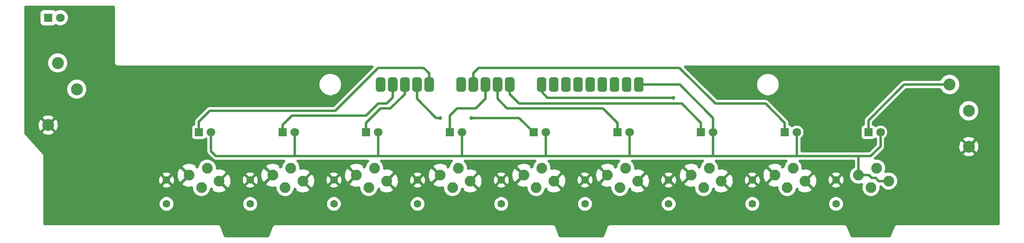
<source format=gbl>
G04 #@! TF.GenerationSoftware,KiCad,Pcbnew,(5.1.7)-1*
G04 #@! TF.CreationDate,2022-09-30T21:54:46+02:00*
G04 #@! TF.ProjectId,Tipp-Tasten-Modul,54697070-2d54-4617-9374-656e2d4d6f64,rev?*
G04 #@! TF.SameCoordinates,Original*
G04 #@! TF.FileFunction,Copper,L2,Bot*
G04 #@! TF.FilePolarity,Positive*
%FSLAX46Y46*%
G04 Gerber Fmt 4.6, Leading zero omitted, Abs format (unit mm)*
G04 Created by KiCad (PCBNEW (5.1.7)-1) date 2022-09-30 21:54:46*
%MOMM*%
%LPD*%
G01*
G04 APERTURE LIST*
G04 #@! TA.AperFunction,ComponentPad*
%ADD10C,1.600000*%
G04 #@! TD*
G04 #@! TA.AperFunction,ComponentPad*
%ADD11C,2.500000*%
G04 #@! TD*
G04 #@! TA.AperFunction,ComponentPad*
%ADD12C,2.250000*%
G04 #@! TD*
G04 #@! TA.AperFunction,ComponentPad*
%ADD13R,1.800000X1.800000*%
G04 #@! TD*
G04 #@! TA.AperFunction,ComponentPad*
%ADD14C,1.800000*%
G04 #@! TD*
G04 #@! TA.AperFunction,ViaPad*
%ADD15C,0.800000*%
G04 #@! TD*
G04 #@! TA.AperFunction,Conductor*
%ADD16C,0.500000*%
G04 #@! TD*
G04 #@! TA.AperFunction,Conductor*
%ADD17C,0.750000*%
G04 #@! TD*
G04 #@! TA.AperFunction,Conductor*
%ADD18C,0.100000*%
G04 #@! TD*
G04 APERTURE END LIST*
D10*
X190250000Y-62000000D03*
X190250000Y-57000000D03*
X172750000Y-62000000D03*
X172750000Y-57000000D03*
X120250000Y-62000000D03*
X120250000Y-57000000D03*
X155250000Y-62000000D03*
X155250000Y-57000000D03*
X137750000Y-62000000D03*
X137750000Y-57000000D03*
X102750000Y-62000000D03*
X102750000Y-57000000D03*
X85250000Y-62000000D03*
X85250000Y-57000000D03*
X67750000Y-62000000D03*
X67750000Y-57000000D03*
X50250000Y-62000000D03*
X50250000Y-57000000D03*
D11*
X218000000Y-42500000D03*
D12*
X61250000Y-57200000D03*
X57550000Y-58600000D03*
X54950000Y-56000000D03*
X58750000Y-54500000D03*
X201250000Y-57200000D03*
X197550000Y-58600000D03*
X194950000Y-56000000D03*
X198750000Y-54500000D03*
X96250000Y-57200000D03*
X92550000Y-58600000D03*
X89950000Y-56000000D03*
X93750000Y-54500000D03*
X113750000Y-57200000D03*
X110050000Y-58600000D03*
X107450000Y-56000000D03*
X111250000Y-54500000D03*
X148750000Y-57200000D03*
X145050000Y-58600000D03*
X142450000Y-56000000D03*
X146250000Y-54500000D03*
X166250000Y-57200000D03*
X162550000Y-58600000D03*
X159950000Y-56000000D03*
X163750000Y-54500000D03*
X131250000Y-57200000D03*
X127550000Y-58600000D03*
X124950000Y-56000000D03*
X128750000Y-54500000D03*
X183750000Y-57200000D03*
X180050000Y-58600000D03*
X177450000Y-56000000D03*
X181250000Y-54500000D03*
X78750000Y-57200000D03*
X75050000Y-58600000D03*
X72450000Y-56000000D03*
X76250000Y-54500000D03*
D11*
X27500000Y-32500000D03*
X31500000Y-38000000D03*
D13*
X74500000Y-47000000D03*
D14*
X77040000Y-47000000D03*
D11*
X218000000Y-50000000D03*
X214000000Y-37000000D03*
X25500000Y-45500000D03*
G04 #@! TA.AperFunction,ComponentPad*
G36*
G01*
X104160000Y-38000000D02*
X104160000Y-36000000D01*
G75*
G02*
X104660000Y-35500000I500000J0D01*
G01*
X105660000Y-35500000D01*
G75*
G02*
X106160000Y-36000000I0J-500000D01*
G01*
X106160000Y-38000000D01*
G75*
G02*
X105660000Y-38500000I-500000J0D01*
G01*
X104660000Y-38500000D01*
G75*
G02*
X104160000Y-38000000I0J500000D01*
G01*
G37*
G04 #@! TD.AperFunction*
G04 #@! TA.AperFunction,ComponentPad*
G36*
G01*
X101620000Y-38000000D02*
X101620000Y-36000000D01*
G75*
G02*
X102120000Y-35500000I500000J0D01*
G01*
X103120000Y-35500000D01*
G75*
G02*
X103620000Y-36000000I0J-500000D01*
G01*
X103620000Y-38000000D01*
G75*
G02*
X103120000Y-38500000I-500000J0D01*
G01*
X102120000Y-38500000D01*
G75*
G02*
X101620000Y-38000000I0J500000D01*
G01*
G37*
G04 #@! TD.AperFunction*
G04 #@! TA.AperFunction,ComponentPad*
G36*
G01*
X99080000Y-38000000D02*
X99080000Y-36000000D01*
G75*
G02*
X99580000Y-35500000I500000J0D01*
G01*
X100580000Y-35500000D01*
G75*
G02*
X101080000Y-36000000I0J-500000D01*
G01*
X101080000Y-38000000D01*
G75*
G02*
X100580000Y-38500000I-500000J0D01*
G01*
X99580000Y-38500000D01*
G75*
G02*
X99080000Y-38000000I0J500000D01*
G01*
G37*
G04 #@! TD.AperFunction*
G04 #@! TA.AperFunction,ComponentPad*
G36*
G01*
X96540000Y-38000000D02*
X96540000Y-36000000D01*
G75*
G02*
X97040000Y-35500000I500000J0D01*
G01*
X98040000Y-35500000D01*
G75*
G02*
X98540000Y-36000000I0J-500000D01*
G01*
X98540000Y-38000000D01*
G75*
G02*
X98040000Y-38500000I-500000J0D01*
G01*
X97040000Y-38500000D01*
G75*
G02*
X96540000Y-38000000I0J500000D01*
G01*
G37*
G04 #@! TD.AperFunction*
G04 #@! TA.AperFunction,ComponentPad*
G36*
G01*
X94000000Y-38000000D02*
X94000000Y-36000000D01*
G75*
G02*
X94500000Y-35500000I500000J0D01*
G01*
X95500000Y-35500000D01*
G75*
G02*
X96000000Y-36000000I0J-500000D01*
G01*
X96000000Y-38000000D01*
G75*
G02*
X95500000Y-38500000I-500000J0D01*
G01*
X94500000Y-38500000D01*
G75*
G02*
X94000000Y-38000000I0J500000D01*
G01*
G37*
G04 #@! TD.AperFunction*
G04 #@! TA.AperFunction,ComponentPad*
G36*
G01*
X121000000Y-38000000D02*
X121000000Y-36000000D01*
G75*
G02*
X121500000Y-35500000I500000J0D01*
G01*
X122500000Y-35500000D01*
G75*
G02*
X123000000Y-36000000I0J-500000D01*
G01*
X123000000Y-38000000D01*
G75*
G02*
X122500000Y-38500000I-500000J0D01*
G01*
X121500000Y-38500000D01*
G75*
G02*
X121000000Y-38000000I0J500000D01*
G01*
G37*
G04 #@! TD.AperFunction*
G04 #@! TA.AperFunction,ComponentPad*
G36*
G01*
X118460000Y-38000000D02*
X118460000Y-36000000D01*
G75*
G02*
X118960000Y-35500000I500000J0D01*
G01*
X119960000Y-35500000D01*
G75*
G02*
X120460000Y-36000000I0J-500000D01*
G01*
X120460000Y-38000000D01*
G75*
G02*
X119960000Y-38500000I-500000J0D01*
G01*
X118960000Y-38500000D01*
G75*
G02*
X118460000Y-38000000I0J500000D01*
G01*
G37*
G04 #@! TD.AperFunction*
G04 #@! TA.AperFunction,ComponentPad*
G36*
G01*
X115920000Y-38000000D02*
X115920000Y-36000000D01*
G75*
G02*
X116420000Y-35500000I500000J0D01*
G01*
X117420000Y-35500000D01*
G75*
G02*
X117920000Y-36000000I0J-500000D01*
G01*
X117920000Y-38000000D01*
G75*
G02*
X117420000Y-38500000I-500000J0D01*
G01*
X116420000Y-38500000D01*
G75*
G02*
X115920000Y-38000000I0J500000D01*
G01*
G37*
G04 #@! TD.AperFunction*
G04 #@! TA.AperFunction,ComponentPad*
G36*
G01*
X113380000Y-38000000D02*
X113380000Y-36000000D01*
G75*
G02*
X113880000Y-35500000I500000J0D01*
G01*
X114880000Y-35500000D01*
G75*
G02*
X115380000Y-36000000I0J-500000D01*
G01*
X115380000Y-38000000D01*
G75*
G02*
X114880000Y-38500000I-500000J0D01*
G01*
X113880000Y-38500000D01*
G75*
G02*
X113380000Y-38000000I0J500000D01*
G01*
G37*
G04 #@! TD.AperFunction*
G04 #@! TA.AperFunction,ComponentPad*
G36*
G01*
X110840000Y-38000000D02*
X110840000Y-36000000D01*
G75*
G02*
X111340000Y-35500000I500000J0D01*
G01*
X112340000Y-35500000D01*
G75*
G02*
X112840000Y-36000000I0J-500000D01*
G01*
X112840000Y-38000000D01*
G75*
G02*
X112340000Y-38500000I-500000J0D01*
G01*
X111340000Y-38500000D01*
G75*
G02*
X110840000Y-38000000I0J500000D01*
G01*
G37*
G04 #@! TD.AperFunction*
G04 #@! TA.AperFunction,ComponentPad*
G36*
G01*
X148000000Y-38000000D02*
X148000000Y-36000000D01*
G75*
G02*
X148500000Y-35500000I500000J0D01*
G01*
X149500000Y-35500000D01*
G75*
G02*
X150000000Y-36000000I0J-500000D01*
G01*
X150000000Y-38000000D01*
G75*
G02*
X149500000Y-38500000I-500000J0D01*
G01*
X148500000Y-38500000D01*
G75*
G02*
X148000000Y-38000000I0J500000D01*
G01*
G37*
G04 #@! TD.AperFunction*
G04 #@! TA.AperFunction,ComponentPad*
G36*
G01*
X145460000Y-38000000D02*
X145460000Y-36000000D01*
G75*
G02*
X145960000Y-35500000I500000J0D01*
G01*
X146960000Y-35500000D01*
G75*
G02*
X147460000Y-36000000I0J-500000D01*
G01*
X147460000Y-38000000D01*
G75*
G02*
X146960000Y-38500000I-500000J0D01*
G01*
X145960000Y-38500000D01*
G75*
G02*
X145460000Y-38000000I0J500000D01*
G01*
G37*
G04 #@! TD.AperFunction*
G04 #@! TA.AperFunction,ComponentPad*
G36*
G01*
X142920000Y-38000000D02*
X142920000Y-36000000D01*
G75*
G02*
X143420000Y-35500000I500000J0D01*
G01*
X144420000Y-35500000D01*
G75*
G02*
X144920000Y-36000000I0J-500000D01*
G01*
X144920000Y-38000000D01*
G75*
G02*
X144420000Y-38500000I-500000J0D01*
G01*
X143420000Y-38500000D01*
G75*
G02*
X142920000Y-38000000I0J500000D01*
G01*
G37*
G04 #@! TD.AperFunction*
G04 #@! TA.AperFunction,ComponentPad*
G36*
G01*
X140380000Y-38000000D02*
X140380000Y-36000000D01*
G75*
G02*
X140880000Y-35500000I500000J0D01*
G01*
X141880000Y-35500000D01*
G75*
G02*
X142380000Y-36000000I0J-500000D01*
G01*
X142380000Y-38000000D01*
G75*
G02*
X141880000Y-38500000I-500000J0D01*
G01*
X140880000Y-38500000D01*
G75*
G02*
X140380000Y-38000000I0J500000D01*
G01*
G37*
G04 #@! TD.AperFunction*
G04 #@! TA.AperFunction,ComponentPad*
G36*
G01*
X137840000Y-38000000D02*
X137840000Y-36000000D01*
G75*
G02*
X138340000Y-35500000I500000J0D01*
G01*
X139340000Y-35500000D01*
G75*
G02*
X139840000Y-36000000I0J-500000D01*
G01*
X139840000Y-38000000D01*
G75*
G02*
X139340000Y-38500000I-500000J0D01*
G01*
X138340000Y-38500000D01*
G75*
G02*
X137840000Y-38000000I0J500000D01*
G01*
G37*
G04 #@! TD.AperFunction*
G04 #@! TA.AperFunction,ComponentPad*
G36*
G01*
X135300000Y-38000000D02*
X135300000Y-36000000D01*
G75*
G02*
X135800000Y-35500000I500000J0D01*
G01*
X136800000Y-35500000D01*
G75*
G02*
X137300000Y-36000000I0J-500000D01*
G01*
X137300000Y-38000000D01*
G75*
G02*
X136800000Y-38500000I-500000J0D01*
G01*
X135800000Y-38500000D01*
G75*
G02*
X135300000Y-38000000I0J500000D01*
G01*
G37*
G04 #@! TD.AperFunction*
G04 #@! TA.AperFunction,ComponentPad*
G36*
G01*
X132760000Y-38000000D02*
X132760000Y-36000000D01*
G75*
G02*
X133260000Y-35500000I500000J0D01*
G01*
X134260000Y-35500000D01*
G75*
G02*
X134760000Y-36000000I0J-500000D01*
G01*
X134760000Y-38000000D01*
G75*
G02*
X134260000Y-38500000I-500000J0D01*
G01*
X133260000Y-38500000D01*
G75*
G02*
X132760000Y-38000000I0J500000D01*
G01*
G37*
G04 #@! TD.AperFunction*
G04 #@! TA.AperFunction,ComponentPad*
G36*
G01*
X130220000Y-38000000D02*
X130220000Y-36000000D01*
G75*
G02*
X130720000Y-35500000I500000J0D01*
G01*
X131720000Y-35500000D01*
G75*
G02*
X132220000Y-36000000I0J-500000D01*
G01*
X132220000Y-38000000D01*
G75*
G02*
X131720000Y-38500000I-500000J0D01*
G01*
X130720000Y-38500000D01*
G75*
G02*
X130220000Y-38000000I0J500000D01*
G01*
G37*
G04 #@! TD.AperFunction*
G04 #@! TA.AperFunction,ComponentPad*
G36*
G01*
X127680000Y-38000000D02*
X127680000Y-36000000D01*
G75*
G02*
X128180000Y-35500000I500000J0D01*
G01*
X129180000Y-35500000D01*
G75*
G02*
X129680000Y-36000000I0J-500000D01*
G01*
X129680000Y-38000000D01*
G75*
G02*
X129180000Y-38500000I-500000J0D01*
G01*
X128180000Y-38500000D01*
G75*
G02*
X127680000Y-38000000I0J500000D01*
G01*
G37*
G04 #@! TD.AperFunction*
D13*
X197000000Y-47000000D03*
D14*
X199540000Y-47000000D03*
D13*
X162000000Y-47000000D03*
D14*
X164540000Y-47000000D03*
D13*
X144500000Y-47000000D03*
D14*
X147040000Y-47000000D03*
D13*
X109500000Y-47000000D03*
D14*
X112040000Y-47000000D03*
D13*
X179500000Y-47000000D03*
D14*
X182040000Y-47000000D03*
D13*
X127000000Y-47000000D03*
D14*
X129540000Y-47000000D03*
D13*
X92000000Y-47000000D03*
D14*
X94540000Y-47000000D03*
D13*
X25500000Y-23000000D03*
D14*
X28040000Y-23000000D03*
D13*
X57000000Y-47000000D03*
D14*
X59540000Y-47000000D03*
D15*
X114000000Y-44000000D03*
X107500000Y-44000000D03*
X156250000Y-39750000D03*
D16*
X105160000Y-34660000D02*
X105160000Y-37000000D01*
X104000000Y-33500000D02*
X105160000Y-34660000D01*
X85500000Y-42500000D02*
X94500000Y-33500000D01*
X59250000Y-42500000D02*
X85500000Y-42500000D01*
X57000000Y-44750000D02*
X59250000Y-42500000D01*
X94500000Y-33500000D02*
X104000000Y-33500000D01*
X57000000Y-47000000D02*
X57000000Y-44750000D01*
X74500000Y-47000000D02*
X74500000Y-45500000D01*
X74500000Y-45500000D02*
X76500000Y-43500000D01*
X76500000Y-43500000D02*
X92000000Y-43500000D01*
X92000000Y-43500000D02*
X94500000Y-41000000D01*
X94500000Y-41000000D02*
X96250000Y-41000000D01*
X97540000Y-39710000D02*
X97540000Y-37000000D01*
X96250000Y-41000000D02*
X97540000Y-39710000D01*
X92000000Y-47000000D02*
X92000000Y-45000000D01*
X92000000Y-45000000D02*
X95000000Y-42000000D01*
X100080000Y-39000000D02*
X100080000Y-37000000D01*
X97080000Y-42000000D02*
X100080000Y-39000000D01*
X95000000Y-42000000D02*
X97080000Y-42000000D01*
X124000000Y-44000000D02*
X127000000Y-47000000D01*
X102620000Y-37000000D02*
X102620000Y-40000000D01*
X106620000Y-44000000D02*
X102620000Y-40000000D01*
X107500000Y-44000000D02*
X106620000Y-44000000D01*
X114000000Y-44000000D02*
X124000000Y-44000000D01*
X179500000Y-45000000D02*
X179500000Y-47000000D01*
X175500000Y-41000000D02*
X179500000Y-45000000D01*
X165000000Y-41000000D02*
X175500000Y-41000000D01*
X157500000Y-33500000D02*
X165000000Y-41000000D01*
X115500000Y-33500000D02*
X157500000Y-33500000D01*
X114380000Y-34620000D02*
X115500000Y-33500000D01*
X114380000Y-37000000D02*
X114380000Y-34620000D01*
X111000000Y-42000000D02*
X109500000Y-43500000D01*
X109500000Y-47000000D02*
X109500000Y-43500000D01*
X116920000Y-40000000D02*
X116920000Y-37000000D01*
X114920000Y-42000000D02*
X116920000Y-40000000D01*
X111000000Y-42000000D02*
X114920000Y-42000000D01*
X144500000Y-45000000D02*
X144500000Y-47000000D01*
X141500000Y-42000000D02*
X144500000Y-45000000D01*
X119460000Y-37000000D02*
X119460000Y-40000000D01*
X121460000Y-42000000D02*
X119460000Y-40000000D01*
X123000000Y-42000000D02*
X121460000Y-42000000D01*
X123000000Y-42000000D02*
X141500000Y-42000000D01*
X162000000Y-45000000D02*
X162000000Y-47000000D01*
X158000000Y-41000000D02*
X162000000Y-45000000D01*
X122000000Y-37000000D02*
X122000000Y-39000000D01*
X124000000Y-41000000D02*
X122000000Y-39000000D01*
X125500000Y-41000000D02*
X124000000Y-41000000D01*
X125500000Y-41000000D02*
X158000000Y-41000000D01*
X214000000Y-37000000D02*
X204500000Y-37000000D01*
X197000000Y-44500000D02*
X197000000Y-47000000D01*
X204500000Y-37000000D02*
X197000000Y-44500000D01*
D17*
X111840000Y-37000000D02*
X111840000Y-36764998D01*
D16*
X77040000Y-51960000D02*
X77000000Y-52000000D01*
X77040000Y-47000000D02*
X77040000Y-51960000D01*
X94000000Y-52000000D02*
X77000000Y-52000000D01*
X94540000Y-51960000D02*
X94500000Y-52000000D01*
X94540000Y-47000000D02*
X94540000Y-51960000D01*
X94500000Y-52000000D02*
X94000000Y-52000000D01*
X111500000Y-52000000D02*
X94500000Y-52000000D01*
X112040000Y-51960000D02*
X112000000Y-52000000D01*
X112040000Y-47000000D02*
X112040000Y-51960000D01*
X112000000Y-52000000D02*
X111500000Y-52000000D01*
X129000000Y-52000000D02*
X112000000Y-52000000D01*
X129540000Y-51960000D02*
X129500000Y-52000000D01*
X129540000Y-47000000D02*
X129540000Y-51960000D01*
X129500000Y-52000000D02*
X129000000Y-52000000D01*
X146000000Y-52000000D02*
X147750000Y-52000000D01*
X146500000Y-52000000D02*
X146000000Y-52000000D01*
X164000000Y-52000000D02*
X147750000Y-52000000D01*
X146000000Y-52000000D02*
X129500000Y-52000000D01*
X147040000Y-51960000D02*
X147000000Y-52000000D01*
X147040000Y-47000000D02*
X147040000Y-51960000D01*
X147000000Y-52000000D02*
X146750000Y-52000000D01*
X147750000Y-52000000D02*
X147000000Y-52000000D01*
X164540000Y-51960000D02*
X164500000Y-52000000D01*
X164540000Y-47000000D02*
X164540000Y-51960000D01*
X164500000Y-52000000D02*
X164000000Y-52000000D01*
X181500000Y-52000000D02*
X164500000Y-52000000D01*
X182040000Y-51960000D02*
X182000000Y-52000000D01*
X182000000Y-52000000D02*
X181500000Y-52000000D01*
X182040000Y-47000000D02*
X182040000Y-51960000D01*
X199540000Y-49960000D02*
X197500000Y-52000000D01*
X199540000Y-47000000D02*
X199540000Y-49960000D01*
X164540000Y-47000000D02*
X164540000Y-44000000D01*
X157540000Y-37000000D02*
X164540000Y-44000000D01*
X149000000Y-37000000D02*
X157540000Y-37000000D01*
X76500000Y-52000000D02*
X77000000Y-52000000D01*
X60580000Y-52000000D02*
X76500000Y-52000000D01*
X59540000Y-50960000D02*
X60580000Y-52000000D01*
X59540000Y-47000000D02*
X59540000Y-50960000D01*
X194950000Y-52050000D02*
X195000000Y-52000000D01*
X194950000Y-56000000D02*
X194950000Y-52050000D01*
X195000000Y-52000000D02*
X182000000Y-52000000D01*
X197500000Y-52000000D02*
X195000000Y-52000000D01*
X197100002Y-56000000D02*
X194950000Y-56000000D01*
X197675001Y-56574999D02*
X197100002Y-56000000D01*
X198522001Y-56574999D02*
X197675001Y-56574999D01*
X199147002Y-57200000D02*
X198522001Y-56574999D01*
X201250000Y-57200000D02*
X199147002Y-57200000D01*
X128680000Y-38500000D02*
X128680000Y-37000000D01*
X129930000Y-39750000D02*
X128680000Y-38500000D01*
X156250000Y-39750000D02*
X129930000Y-39750000D01*
X39225001Y-32461925D02*
X39221251Y-32500000D01*
X39236214Y-32651926D01*
X39280530Y-32798014D01*
X39352494Y-32932650D01*
X39449341Y-33050659D01*
X39567350Y-33147506D01*
X39701986Y-33219470D01*
X39848074Y-33263786D01*
X39961935Y-33275000D01*
X40000000Y-33278749D01*
X40038065Y-33275000D01*
X93310787Y-33275000D01*
X85085788Y-41500000D01*
X59299120Y-41500000D01*
X59250000Y-41495162D01*
X59200880Y-41500000D01*
X59053966Y-41514470D01*
X58865465Y-41571651D01*
X58691742Y-41664508D01*
X58539472Y-41789472D01*
X58508160Y-41827626D01*
X56327632Y-44008156D01*
X56289473Y-44039472D01*
X56164509Y-44191742D01*
X56154468Y-44210528D01*
X56071651Y-44365466D01*
X56014470Y-44553966D01*
X55995162Y-44750000D01*
X56000001Y-44799130D01*
X56000001Y-45356221D01*
X55952974Y-45360853D01*
X55811599Y-45403739D01*
X55681307Y-45473381D01*
X55567105Y-45567105D01*
X55473381Y-45681307D01*
X55403739Y-45811599D01*
X55360853Y-45952974D01*
X55346372Y-46100000D01*
X55346372Y-47900000D01*
X55360853Y-48047026D01*
X55403739Y-48188401D01*
X55473381Y-48318693D01*
X55567105Y-48432895D01*
X55681307Y-48526619D01*
X55811599Y-48596261D01*
X55952974Y-48639147D01*
X56100000Y-48653628D01*
X57900000Y-48653628D01*
X58047026Y-48639147D01*
X58188401Y-48596261D01*
X58318693Y-48526619D01*
X58432895Y-48432895D01*
X58526619Y-48318693D01*
X58531099Y-48310312D01*
X58540000Y-48316260D01*
X58540001Y-50910870D01*
X58535162Y-50960000D01*
X58554470Y-51156034D01*
X58611651Y-51344534D01*
X58654875Y-51425400D01*
X58704509Y-51518258D01*
X58829473Y-51670528D01*
X58867632Y-51701844D01*
X59838155Y-52672368D01*
X59869472Y-52710528D01*
X60021742Y-52835492D01*
X60193091Y-52927080D01*
X60195465Y-52928349D01*
X60383965Y-52985530D01*
X60579999Y-53004838D01*
X60629119Y-53000000D01*
X74886218Y-53000000D01*
X74677080Y-53209138D01*
X74455468Y-53540803D01*
X74302820Y-53909329D01*
X74252540Y-54162102D01*
X74032196Y-54382446D01*
X73980107Y-53851456D01*
X73531546Y-53594231D01*
X73041422Y-53429458D01*
X72528570Y-53363470D01*
X72012698Y-53398802D01*
X71513632Y-53534097D01*
X71050550Y-53764155D01*
X70919893Y-53851456D01*
X70867804Y-54382449D01*
X72450000Y-55964645D01*
X72464143Y-55950503D01*
X72499498Y-55985858D01*
X72485355Y-56000000D01*
X72499498Y-56014143D01*
X72464143Y-56049498D01*
X72450000Y-56035355D01*
X70867804Y-57617551D01*
X70919893Y-58148544D01*
X71368454Y-58405769D01*
X71858578Y-58570542D01*
X72371430Y-58636530D01*
X72887302Y-58601198D01*
X73025000Y-58563869D01*
X73025000Y-58799445D01*
X73102820Y-59190671D01*
X73255468Y-59559197D01*
X73477080Y-59890862D01*
X73759138Y-60172920D01*
X74090803Y-60394532D01*
X74459329Y-60547180D01*
X74850555Y-60625000D01*
X75249445Y-60625000D01*
X75640671Y-60547180D01*
X76009197Y-60394532D01*
X76340862Y-60172920D01*
X76622920Y-59890862D01*
X76844532Y-59559197D01*
X76997180Y-59190671D01*
X77047460Y-58937898D01*
X77167804Y-58817554D01*
X77219893Y-59348544D01*
X77668454Y-59605769D01*
X78158578Y-59770542D01*
X78671430Y-59836530D01*
X79187302Y-59801198D01*
X79686368Y-59665903D01*
X80149450Y-59435845D01*
X80280107Y-59348544D01*
X80332196Y-58817551D01*
X78750000Y-57235355D01*
X78735858Y-57249498D01*
X78700503Y-57214143D01*
X78714645Y-57200000D01*
X78785355Y-57200000D01*
X80367551Y-58782196D01*
X80898544Y-58730107D01*
X81155769Y-58281546D01*
X81210176Y-58119710D01*
X84165645Y-58119710D01*
X84207195Y-58477831D01*
X84515542Y-58652876D01*
X84852115Y-58764403D01*
X85203978Y-58808124D01*
X85557609Y-58782360D01*
X85899420Y-58688100D01*
X86216273Y-58528968D01*
X86292805Y-58477831D01*
X86334355Y-58119710D01*
X85250000Y-57035355D01*
X84165645Y-58119710D01*
X81210176Y-58119710D01*
X81320542Y-57791422D01*
X81386530Y-57278570D01*
X81364299Y-56953978D01*
X83441876Y-56953978D01*
X83467640Y-57307609D01*
X83561900Y-57649420D01*
X83721032Y-57966273D01*
X83772169Y-58042805D01*
X84130290Y-58084355D01*
X85214645Y-57000000D01*
X85285355Y-57000000D01*
X86369710Y-58084355D01*
X86727831Y-58042805D01*
X86902876Y-57734458D01*
X87014403Y-57397885D01*
X87058124Y-57046022D01*
X87032360Y-56692391D01*
X86938100Y-56350580D01*
X86778968Y-56033727D01*
X86727831Y-55957195D01*
X86419572Y-55921430D01*
X87313470Y-55921430D01*
X87348802Y-56437302D01*
X87484097Y-56936368D01*
X87714155Y-57399450D01*
X87801456Y-57530107D01*
X88332449Y-57582196D01*
X89914645Y-56000000D01*
X88332449Y-54417804D01*
X87801456Y-54469893D01*
X87544231Y-54918454D01*
X87379458Y-55408578D01*
X87313470Y-55921430D01*
X86419572Y-55921430D01*
X86369710Y-55915645D01*
X85285355Y-57000000D01*
X85214645Y-57000000D01*
X84130290Y-55915645D01*
X83772169Y-55957195D01*
X83597124Y-56265542D01*
X83485597Y-56602115D01*
X83441876Y-56953978D01*
X81364299Y-56953978D01*
X81351198Y-56762698D01*
X81215903Y-56263632D01*
X81025460Y-55880290D01*
X84165645Y-55880290D01*
X85250000Y-56964645D01*
X86334355Y-55880290D01*
X86292805Y-55522169D01*
X85984458Y-55347124D01*
X85647885Y-55235597D01*
X85296022Y-55191876D01*
X84942391Y-55217640D01*
X84600580Y-55311900D01*
X84283727Y-55471032D01*
X84207195Y-55522169D01*
X84165645Y-55880290D01*
X81025460Y-55880290D01*
X80985845Y-55800550D01*
X80898544Y-55669893D01*
X80367551Y-55617804D01*
X78785355Y-57200000D01*
X78714645Y-57200000D01*
X78700503Y-57185858D01*
X78735858Y-57150503D01*
X78750000Y-57164645D01*
X80332196Y-55582449D01*
X80280107Y-55051456D01*
X79831546Y-54794231D01*
X79341422Y-54629458D01*
X78828570Y-54563470D01*
X78312698Y-54598802D01*
X78275000Y-54609022D01*
X78275000Y-54300555D01*
X78197180Y-53909329D01*
X78044532Y-53540803D01*
X77822920Y-53209138D01*
X77613782Y-53000000D01*
X92386218Y-53000000D01*
X92177080Y-53209138D01*
X91955468Y-53540803D01*
X91802820Y-53909329D01*
X91752540Y-54162102D01*
X91532196Y-54382446D01*
X91480107Y-53851456D01*
X91031546Y-53594231D01*
X90541422Y-53429458D01*
X90028570Y-53363470D01*
X89512698Y-53398802D01*
X89013632Y-53534097D01*
X88550550Y-53764155D01*
X88419893Y-53851456D01*
X88367804Y-54382449D01*
X89950000Y-55964645D01*
X89964143Y-55950503D01*
X89999498Y-55985858D01*
X89985355Y-56000000D01*
X89999498Y-56014143D01*
X89964143Y-56049498D01*
X89950000Y-56035355D01*
X88367804Y-57617551D01*
X88419893Y-58148544D01*
X88868454Y-58405769D01*
X89358578Y-58570542D01*
X89871430Y-58636530D01*
X90387302Y-58601198D01*
X90525000Y-58563869D01*
X90525000Y-58799445D01*
X90602820Y-59190671D01*
X90755468Y-59559197D01*
X90977080Y-59890862D01*
X91259138Y-60172920D01*
X91590803Y-60394532D01*
X91959329Y-60547180D01*
X92350555Y-60625000D01*
X92749445Y-60625000D01*
X93140671Y-60547180D01*
X93509197Y-60394532D01*
X93840862Y-60172920D01*
X94122920Y-59890862D01*
X94344532Y-59559197D01*
X94497180Y-59190671D01*
X94547460Y-58937898D01*
X94667804Y-58817554D01*
X94719893Y-59348544D01*
X95168454Y-59605769D01*
X95658578Y-59770542D01*
X96171430Y-59836530D01*
X96687302Y-59801198D01*
X97186368Y-59665903D01*
X97649450Y-59435845D01*
X97780107Y-59348544D01*
X97832196Y-58817551D01*
X96250000Y-57235355D01*
X96235858Y-57249498D01*
X96200503Y-57214143D01*
X96214645Y-57200000D01*
X96285355Y-57200000D01*
X97867551Y-58782196D01*
X98398544Y-58730107D01*
X98655769Y-58281546D01*
X98710176Y-58119710D01*
X101665645Y-58119710D01*
X101707195Y-58477831D01*
X102015542Y-58652876D01*
X102352115Y-58764403D01*
X102703978Y-58808124D01*
X103057609Y-58782360D01*
X103399420Y-58688100D01*
X103716273Y-58528968D01*
X103792805Y-58477831D01*
X103834355Y-58119710D01*
X102750000Y-57035355D01*
X101665645Y-58119710D01*
X98710176Y-58119710D01*
X98820542Y-57791422D01*
X98886530Y-57278570D01*
X98864299Y-56953978D01*
X100941876Y-56953978D01*
X100967640Y-57307609D01*
X101061900Y-57649420D01*
X101221032Y-57966273D01*
X101272169Y-58042805D01*
X101630290Y-58084355D01*
X102714645Y-57000000D01*
X102785355Y-57000000D01*
X103869710Y-58084355D01*
X104227831Y-58042805D01*
X104402876Y-57734458D01*
X104514403Y-57397885D01*
X104558124Y-57046022D01*
X104532360Y-56692391D01*
X104438100Y-56350580D01*
X104278968Y-56033727D01*
X104227831Y-55957195D01*
X103919572Y-55921430D01*
X104813470Y-55921430D01*
X104848802Y-56437302D01*
X104984097Y-56936368D01*
X105214155Y-57399450D01*
X105301456Y-57530107D01*
X105832449Y-57582196D01*
X107414645Y-56000000D01*
X105832449Y-54417804D01*
X105301456Y-54469893D01*
X105044231Y-54918454D01*
X104879458Y-55408578D01*
X104813470Y-55921430D01*
X103919572Y-55921430D01*
X103869710Y-55915645D01*
X102785355Y-57000000D01*
X102714645Y-57000000D01*
X101630290Y-55915645D01*
X101272169Y-55957195D01*
X101097124Y-56265542D01*
X100985597Y-56602115D01*
X100941876Y-56953978D01*
X98864299Y-56953978D01*
X98851198Y-56762698D01*
X98715903Y-56263632D01*
X98525460Y-55880290D01*
X101665645Y-55880290D01*
X102750000Y-56964645D01*
X103834355Y-55880290D01*
X103792805Y-55522169D01*
X103484458Y-55347124D01*
X103147885Y-55235597D01*
X102796022Y-55191876D01*
X102442391Y-55217640D01*
X102100580Y-55311900D01*
X101783727Y-55471032D01*
X101707195Y-55522169D01*
X101665645Y-55880290D01*
X98525460Y-55880290D01*
X98485845Y-55800550D01*
X98398544Y-55669893D01*
X97867551Y-55617804D01*
X96285355Y-57200000D01*
X96214645Y-57200000D01*
X96200503Y-57185858D01*
X96235858Y-57150503D01*
X96250000Y-57164645D01*
X97832196Y-55582449D01*
X97780107Y-55051456D01*
X97331546Y-54794231D01*
X96841422Y-54629458D01*
X96328570Y-54563470D01*
X95812698Y-54598802D01*
X95775000Y-54609022D01*
X95775000Y-54300555D01*
X95697180Y-53909329D01*
X95544532Y-53540803D01*
X95322920Y-53209138D01*
X95113782Y-53000000D01*
X109886218Y-53000000D01*
X109677080Y-53209138D01*
X109455468Y-53540803D01*
X109302820Y-53909329D01*
X109252540Y-54162102D01*
X109032196Y-54382446D01*
X108980107Y-53851456D01*
X108531546Y-53594231D01*
X108041422Y-53429458D01*
X107528570Y-53363470D01*
X107012698Y-53398802D01*
X106513632Y-53534097D01*
X106050550Y-53764155D01*
X105919893Y-53851456D01*
X105867804Y-54382449D01*
X107450000Y-55964645D01*
X107464143Y-55950503D01*
X107499498Y-55985858D01*
X107485355Y-56000000D01*
X107499498Y-56014143D01*
X107464143Y-56049498D01*
X107450000Y-56035355D01*
X105867804Y-57617551D01*
X105919893Y-58148544D01*
X106368454Y-58405769D01*
X106858578Y-58570542D01*
X107371430Y-58636530D01*
X107887302Y-58601198D01*
X108025000Y-58563869D01*
X108025000Y-58799445D01*
X108102820Y-59190671D01*
X108255468Y-59559197D01*
X108477080Y-59890862D01*
X108759138Y-60172920D01*
X109090803Y-60394532D01*
X109459329Y-60547180D01*
X109850555Y-60625000D01*
X110249445Y-60625000D01*
X110640671Y-60547180D01*
X111009197Y-60394532D01*
X111340862Y-60172920D01*
X111622920Y-59890862D01*
X111844532Y-59559197D01*
X111997180Y-59190671D01*
X112047460Y-58937898D01*
X112167804Y-58817554D01*
X112219893Y-59348544D01*
X112668454Y-59605769D01*
X113158578Y-59770542D01*
X113671430Y-59836530D01*
X114187302Y-59801198D01*
X114686368Y-59665903D01*
X115149450Y-59435845D01*
X115280107Y-59348544D01*
X115332196Y-58817551D01*
X113750000Y-57235355D01*
X113735858Y-57249498D01*
X113700503Y-57214143D01*
X113714645Y-57200000D01*
X113785355Y-57200000D01*
X115367551Y-58782196D01*
X115898544Y-58730107D01*
X116155769Y-58281546D01*
X116210176Y-58119710D01*
X119165645Y-58119710D01*
X119207195Y-58477831D01*
X119515542Y-58652876D01*
X119852115Y-58764403D01*
X120203978Y-58808124D01*
X120557609Y-58782360D01*
X120899420Y-58688100D01*
X121216273Y-58528968D01*
X121292805Y-58477831D01*
X121334355Y-58119710D01*
X120250000Y-57035355D01*
X119165645Y-58119710D01*
X116210176Y-58119710D01*
X116320542Y-57791422D01*
X116386530Y-57278570D01*
X116364299Y-56953978D01*
X118441876Y-56953978D01*
X118467640Y-57307609D01*
X118561900Y-57649420D01*
X118721032Y-57966273D01*
X118772169Y-58042805D01*
X119130290Y-58084355D01*
X120214645Y-57000000D01*
X120285355Y-57000000D01*
X121369710Y-58084355D01*
X121727831Y-58042805D01*
X121902876Y-57734458D01*
X122014403Y-57397885D01*
X122058124Y-57046022D01*
X122032360Y-56692391D01*
X121938100Y-56350580D01*
X121778968Y-56033727D01*
X121727831Y-55957195D01*
X121419572Y-55921430D01*
X122313470Y-55921430D01*
X122348802Y-56437302D01*
X122484097Y-56936368D01*
X122714155Y-57399450D01*
X122801456Y-57530107D01*
X123332449Y-57582196D01*
X124914645Y-56000000D01*
X123332449Y-54417804D01*
X122801456Y-54469893D01*
X122544231Y-54918454D01*
X122379458Y-55408578D01*
X122313470Y-55921430D01*
X121419572Y-55921430D01*
X121369710Y-55915645D01*
X120285355Y-57000000D01*
X120214645Y-57000000D01*
X119130290Y-55915645D01*
X118772169Y-55957195D01*
X118597124Y-56265542D01*
X118485597Y-56602115D01*
X118441876Y-56953978D01*
X116364299Y-56953978D01*
X116351198Y-56762698D01*
X116215903Y-56263632D01*
X116025460Y-55880290D01*
X119165645Y-55880290D01*
X120250000Y-56964645D01*
X121334355Y-55880290D01*
X121292805Y-55522169D01*
X120984458Y-55347124D01*
X120647885Y-55235597D01*
X120296022Y-55191876D01*
X119942391Y-55217640D01*
X119600580Y-55311900D01*
X119283727Y-55471032D01*
X119207195Y-55522169D01*
X119165645Y-55880290D01*
X116025460Y-55880290D01*
X115985845Y-55800550D01*
X115898544Y-55669893D01*
X115367551Y-55617804D01*
X113785355Y-57200000D01*
X113714645Y-57200000D01*
X113700503Y-57185858D01*
X113735858Y-57150503D01*
X113750000Y-57164645D01*
X115332196Y-55582449D01*
X115280107Y-55051456D01*
X114831546Y-54794231D01*
X114341422Y-54629458D01*
X113828570Y-54563470D01*
X113312698Y-54598802D01*
X113275000Y-54609022D01*
X113275000Y-54300555D01*
X113197180Y-53909329D01*
X113044532Y-53540803D01*
X112822920Y-53209138D01*
X112613782Y-53000000D01*
X127386218Y-53000000D01*
X127177080Y-53209138D01*
X126955468Y-53540803D01*
X126802820Y-53909329D01*
X126752540Y-54162102D01*
X126532196Y-54382446D01*
X126480107Y-53851456D01*
X126031546Y-53594231D01*
X125541422Y-53429458D01*
X125028570Y-53363470D01*
X124512698Y-53398802D01*
X124013632Y-53534097D01*
X123550550Y-53764155D01*
X123419893Y-53851456D01*
X123367804Y-54382449D01*
X124950000Y-55964645D01*
X124964143Y-55950503D01*
X124999498Y-55985858D01*
X124985355Y-56000000D01*
X124999498Y-56014143D01*
X124964143Y-56049498D01*
X124950000Y-56035355D01*
X123367804Y-57617551D01*
X123419893Y-58148544D01*
X123868454Y-58405769D01*
X124358578Y-58570542D01*
X124871430Y-58636530D01*
X125387302Y-58601198D01*
X125525000Y-58563869D01*
X125525000Y-58799445D01*
X125602820Y-59190671D01*
X125755468Y-59559197D01*
X125977080Y-59890862D01*
X126259138Y-60172920D01*
X126590803Y-60394532D01*
X126959329Y-60547180D01*
X127350555Y-60625000D01*
X127749445Y-60625000D01*
X128140671Y-60547180D01*
X128509197Y-60394532D01*
X128840862Y-60172920D01*
X129122920Y-59890862D01*
X129344532Y-59559197D01*
X129497180Y-59190671D01*
X129547460Y-58937898D01*
X129667804Y-58817554D01*
X129719893Y-59348544D01*
X130168454Y-59605769D01*
X130658578Y-59770542D01*
X131171430Y-59836530D01*
X131687302Y-59801198D01*
X132186368Y-59665903D01*
X132649450Y-59435845D01*
X132780107Y-59348544D01*
X132832196Y-58817551D01*
X131250000Y-57235355D01*
X131235858Y-57249498D01*
X131200503Y-57214143D01*
X131214645Y-57200000D01*
X131285355Y-57200000D01*
X132867551Y-58782196D01*
X133398544Y-58730107D01*
X133655769Y-58281546D01*
X133710176Y-58119710D01*
X136665645Y-58119710D01*
X136707195Y-58477831D01*
X137015542Y-58652876D01*
X137352115Y-58764403D01*
X137703978Y-58808124D01*
X138057609Y-58782360D01*
X138399420Y-58688100D01*
X138716273Y-58528968D01*
X138792805Y-58477831D01*
X138834355Y-58119710D01*
X137750000Y-57035355D01*
X136665645Y-58119710D01*
X133710176Y-58119710D01*
X133820542Y-57791422D01*
X133886530Y-57278570D01*
X133864299Y-56953978D01*
X135941876Y-56953978D01*
X135967640Y-57307609D01*
X136061900Y-57649420D01*
X136221032Y-57966273D01*
X136272169Y-58042805D01*
X136630290Y-58084355D01*
X137714645Y-57000000D01*
X137785355Y-57000000D01*
X138869710Y-58084355D01*
X139227831Y-58042805D01*
X139402876Y-57734458D01*
X139514403Y-57397885D01*
X139558124Y-57046022D01*
X139532360Y-56692391D01*
X139438100Y-56350580D01*
X139278968Y-56033727D01*
X139227831Y-55957195D01*
X138919572Y-55921430D01*
X139813470Y-55921430D01*
X139848802Y-56437302D01*
X139984097Y-56936368D01*
X140214155Y-57399450D01*
X140301456Y-57530107D01*
X140832449Y-57582196D01*
X142414645Y-56000000D01*
X140832449Y-54417804D01*
X140301456Y-54469893D01*
X140044231Y-54918454D01*
X139879458Y-55408578D01*
X139813470Y-55921430D01*
X138919572Y-55921430D01*
X138869710Y-55915645D01*
X137785355Y-57000000D01*
X137714645Y-57000000D01*
X136630290Y-55915645D01*
X136272169Y-55957195D01*
X136097124Y-56265542D01*
X135985597Y-56602115D01*
X135941876Y-56953978D01*
X133864299Y-56953978D01*
X133851198Y-56762698D01*
X133715903Y-56263632D01*
X133525460Y-55880290D01*
X136665645Y-55880290D01*
X137750000Y-56964645D01*
X138834355Y-55880290D01*
X138792805Y-55522169D01*
X138484458Y-55347124D01*
X138147885Y-55235597D01*
X137796022Y-55191876D01*
X137442391Y-55217640D01*
X137100580Y-55311900D01*
X136783727Y-55471032D01*
X136707195Y-55522169D01*
X136665645Y-55880290D01*
X133525460Y-55880290D01*
X133485845Y-55800550D01*
X133398544Y-55669893D01*
X132867551Y-55617804D01*
X131285355Y-57200000D01*
X131214645Y-57200000D01*
X131200503Y-57185858D01*
X131235858Y-57150503D01*
X131250000Y-57164645D01*
X132832196Y-55582449D01*
X132780107Y-55051456D01*
X132331546Y-54794231D01*
X131841422Y-54629458D01*
X131328570Y-54563470D01*
X130812698Y-54598802D01*
X130775000Y-54609022D01*
X130775000Y-54300555D01*
X130697180Y-53909329D01*
X130544532Y-53540803D01*
X130322920Y-53209138D01*
X130113782Y-53000000D01*
X144886218Y-53000000D01*
X144677080Y-53209138D01*
X144455468Y-53540803D01*
X144302820Y-53909329D01*
X144252540Y-54162102D01*
X144032196Y-54382446D01*
X143980107Y-53851456D01*
X143531546Y-53594231D01*
X143041422Y-53429458D01*
X142528570Y-53363470D01*
X142012698Y-53398802D01*
X141513632Y-53534097D01*
X141050550Y-53764155D01*
X140919893Y-53851456D01*
X140867804Y-54382449D01*
X142450000Y-55964645D01*
X142464143Y-55950503D01*
X142499498Y-55985858D01*
X142485355Y-56000000D01*
X142499498Y-56014143D01*
X142464143Y-56049498D01*
X142450000Y-56035355D01*
X140867804Y-57617551D01*
X140919893Y-58148544D01*
X141368454Y-58405769D01*
X141858578Y-58570542D01*
X142371430Y-58636530D01*
X142887302Y-58601198D01*
X143025000Y-58563869D01*
X143025000Y-58799445D01*
X143102820Y-59190671D01*
X143255468Y-59559197D01*
X143477080Y-59890862D01*
X143759138Y-60172920D01*
X144090803Y-60394532D01*
X144459329Y-60547180D01*
X144850555Y-60625000D01*
X145249445Y-60625000D01*
X145640671Y-60547180D01*
X146009197Y-60394532D01*
X146340862Y-60172920D01*
X146622920Y-59890862D01*
X146844532Y-59559197D01*
X146997180Y-59190671D01*
X147047460Y-58937898D01*
X147167804Y-58817554D01*
X147219893Y-59348544D01*
X147668454Y-59605769D01*
X148158578Y-59770542D01*
X148671430Y-59836530D01*
X149187302Y-59801198D01*
X149686368Y-59665903D01*
X150149450Y-59435845D01*
X150280107Y-59348544D01*
X150332196Y-58817551D01*
X148750000Y-57235355D01*
X148735858Y-57249498D01*
X148700503Y-57214143D01*
X148714645Y-57200000D01*
X148785355Y-57200000D01*
X150367551Y-58782196D01*
X150898544Y-58730107D01*
X151155769Y-58281546D01*
X151210176Y-58119710D01*
X154165645Y-58119710D01*
X154207195Y-58477831D01*
X154515542Y-58652876D01*
X154852115Y-58764403D01*
X155203978Y-58808124D01*
X155557609Y-58782360D01*
X155899420Y-58688100D01*
X156216273Y-58528968D01*
X156292805Y-58477831D01*
X156334355Y-58119710D01*
X155250000Y-57035355D01*
X154165645Y-58119710D01*
X151210176Y-58119710D01*
X151320542Y-57791422D01*
X151386530Y-57278570D01*
X151364299Y-56953978D01*
X153441876Y-56953978D01*
X153467640Y-57307609D01*
X153561900Y-57649420D01*
X153721032Y-57966273D01*
X153772169Y-58042805D01*
X154130290Y-58084355D01*
X155214645Y-57000000D01*
X155285355Y-57000000D01*
X156369710Y-58084355D01*
X156727831Y-58042805D01*
X156902876Y-57734458D01*
X157014403Y-57397885D01*
X157058124Y-57046022D01*
X157032360Y-56692391D01*
X156938100Y-56350580D01*
X156778968Y-56033727D01*
X156727831Y-55957195D01*
X156419572Y-55921430D01*
X157313470Y-55921430D01*
X157348802Y-56437302D01*
X157484097Y-56936368D01*
X157714155Y-57399450D01*
X157801456Y-57530107D01*
X158332449Y-57582196D01*
X159914645Y-56000000D01*
X158332449Y-54417804D01*
X157801456Y-54469893D01*
X157544231Y-54918454D01*
X157379458Y-55408578D01*
X157313470Y-55921430D01*
X156419572Y-55921430D01*
X156369710Y-55915645D01*
X155285355Y-57000000D01*
X155214645Y-57000000D01*
X154130290Y-55915645D01*
X153772169Y-55957195D01*
X153597124Y-56265542D01*
X153485597Y-56602115D01*
X153441876Y-56953978D01*
X151364299Y-56953978D01*
X151351198Y-56762698D01*
X151215903Y-56263632D01*
X151025460Y-55880290D01*
X154165645Y-55880290D01*
X155250000Y-56964645D01*
X156334355Y-55880290D01*
X156292805Y-55522169D01*
X155984458Y-55347124D01*
X155647885Y-55235597D01*
X155296022Y-55191876D01*
X154942391Y-55217640D01*
X154600580Y-55311900D01*
X154283727Y-55471032D01*
X154207195Y-55522169D01*
X154165645Y-55880290D01*
X151025460Y-55880290D01*
X150985845Y-55800550D01*
X150898544Y-55669893D01*
X150367551Y-55617804D01*
X148785355Y-57200000D01*
X148714645Y-57200000D01*
X148700503Y-57185858D01*
X148735858Y-57150503D01*
X148750000Y-57164645D01*
X150332196Y-55582449D01*
X150280107Y-55051456D01*
X149831546Y-54794231D01*
X149341422Y-54629458D01*
X148828570Y-54563470D01*
X148312698Y-54598802D01*
X148275000Y-54609022D01*
X148275000Y-54300555D01*
X148197180Y-53909329D01*
X148044532Y-53540803D01*
X147822920Y-53209138D01*
X147613782Y-53000000D01*
X162386218Y-53000000D01*
X162177080Y-53209138D01*
X161955468Y-53540803D01*
X161802820Y-53909329D01*
X161752540Y-54162102D01*
X161532196Y-54382446D01*
X161480107Y-53851456D01*
X161031546Y-53594231D01*
X160541422Y-53429458D01*
X160028570Y-53363470D01*
X159512698Y-53398802D01*
X159013632Y-53534097D01*
X158550550Y-53764155D01*
X158419893Y-53851456D01*
X158367804Y-54382449D01*
X159950000Y-55964645D01*
X159964143Y-55950503D01*
X159999498Y-55985858D01*
X159985355Y-56000000D01*
X159999498Y-56014143D01*
X159964143Y-56049498D01*
X159950000Y-56035355D01*
X158367804Y-57617551D01*
X158419893Y-58148544D01*
X158868454Y-58405769D01*
X159358578Y-58570542D01*
X159871430Y-58636530D01*
X160387302Y-58601198D01*
X160525000Y-58563869D01*
X160525000Y-58799445D01*
X160602820Y-59190671D01*
X160755468Y-59559197D01*
X160977080Y-59890862D01*
X161259138Y-60172920D01*
X161590803Y-60394532D01*
X161959329Y-60547180D01*
X162350555Y-60625000D01*
X162749445Y-60625000D01*
X163140671Y-60547180D01*
X163509197Y-60394532D01*
X163840862Y-60172920D01*
X164122920Y-59890862D01*
X164344532Y-59559197D01*
X164497180Y-59190671D01*
X164547460Y-58937898D01*
X164667804Y-58817554D01*
X164719893Y-59348544D01*
X165168454Y-59605769D01*
X165658578Y-59770542D01*
X166171430Y-59836530D01*
X166687302Y-59801198D01*
X167186368Y-59665903D01*
X167649450Y-59435845D01*
X167780107Y-59348544D01*
X167832196Y-58817551D01*
X166250000Y-57235355D01*
X166235858Y-57249498D01*
X166200503Y-57214143D01*
X166214645Y-57200000D01*
X166285355Y-57200000D01*
X167867551Y-58782196D01*
X168398544Y-58730107D01*
X168655769Y-58281546D01*
X168710176Y-58119710D01*
X171665645Y-58119710D01*
X171707195Y-58477831D01*
X172015542Y-58652876D01*
X172352115Y-58764403D01*
X172703978Y-58808124D01*
X173057609Y-58782360D01*
X173399420Y-58688100D01*
X173716273Y-58528968D01*
X173792805Y-58477831D01*
X173834355Y-58119710D01*
X172750000Y-57035355D01*
X171665645Y-58119710D01*
X168710176Y-58119710D01*
X168820542Y-57791422D01*
X168886530Y-57278570D01*
X168864299Y-56953978D01*
X170941876Y-56953978D01*
X170967640Y-57307609D01*
X171061900Y-57649420D01*
X171221032Y-57966273D01*
X171272169Y-58042805D01*
X171630290Y-58084355D01*
X172714645Y-57000000D01*
X172785355Y-57000000D01*
X173869710Y-58084355D01*
X174227831Y-58042805D01*
X174402876Y-57734458D01*
X174514403Y-57397885D01*
X174558124Y-57046022D01*
X174532360Y-56692391D01*
X174438100Y-56350580D01*
X174278968Y-56033727D01*
X174227831Y-55957195D01*
X173919572Y-55921430D01*
X174813470Y-55921430D01*
X174848802Y-56437302D01*
X174984097Y-56936368D01*
X175214155Y-57399450D01*
X175301456Y-57530107D01*
X175832449Y-57582196D01*
X177414645Y-56000000D01*
X175832449Y-54417804D01*
X175301456Y-54469893D01*
X175044231Y-54918454D01*
X174879458Y-55408578D01*
X174813470Y-55921430D01*
X173919572Y-55921430D01*
X173869710Y-55915645D01*
X172785355Y-57000000D01*
X172714645Y-57000000D01*
X171630290Y-55915645D01*
X171272169Y-55957195D01*
X171097124Y-56265542D01*
X170985597Y-56602115D01*
X170941876Y-56953978D01*
X168864299Y-56953978D01*
X168851198Y-56762698D01*
X168715903Y-56263632D01*
X168525460Y-55880290D01*
X171665645Y-55880290D01*
X172750000Y-56964645D01*
X173834355Y-55880290D01*
X173792805Y-55522169D01*
X173484458Y-55347124D01*
X173147885Y-55235597D01*
X172796022Y-55191876D01*
X172442391Y-55217640D01*
X172100580Y-55311900D01*
X171783727Y-55471032D01*
X171707195Y-55522169D01*
X171665645Y-55880290D01*
X168525460Y-55880290D01*
X168485845Y-55800550D01*
X168398544Y-55669893D01*
X167867551Y-55617804D01*
X166285355Y-57200000D01*
X166214645Y-57200000D01*
X166200503Y-57185858D01*
X166235858Y-57150503D01*
X166250000Y-57164645D01*
X167832196Y-55582449D01*
X167780107Y-55051456D01*
X167331546Y-54794231D01*
X166841422Y-54629458D01*
X166328570Y-54563470D01*
X165812698Y-54598802D01*
X165775000Y-54609022D01*
X165775000Y-54300555D01*
X165697180Y-53909329D01*
X165544532Y-53540803D01*
X165322920Y-53209138D01*
X165113782Y-53000000D01*
X179886218Y-53000000D01*
X179677080Y-53209138D01*
X179455468Y-53540803D01*
X179302820Y-53909329D01*
X179252540Y-54162102D01*
X179032196Y-54382446D01*
X178980107Y-53851456D01*
X178531546Y-53594231D01*
X178041422Y-53429458D01*
X177528570Y-53363470D01*
X177012698Y-53398802D01*
X176513632Y-53534097D01*
X176050550Y-53764155D01*
X175919893Y-53851456D01*
X175867804Y-54382449D01*
X177450000Y-55964645D01*
X177464143Y-55950503D01*
X177499498Y-55985858D01*
X177485355Y-56000000D01*
X177499498Y-56014143D01*
X177464143Y-56049498D01*
X177450000Y-56035355D01*
X175867804Y-57617551D01*
X175919893Y-58148544D01*
X176368454Y-58405769D01*
X176858578Y-58570542D01*
X177371430Y-58636530D01*
X177887302Y-58601198D01*
X178025000Y-58563869D01*
X178025000Y-58799445D01*
X178102820Y-59190671D01*
X178255468Y-59559197D01*
X178477080Y-59890862D01*
X178759138Y-60172920D01*
X179090803Y-60394532D01*
X179459329Y-60547180D01*
X179850555Y-60625000D01*
X180249445Y-60625000D01*
X180640671Y-60547180D01*
X181009197Y-60394532D01*
X181340862Y-60172920D01*
X181622920Y-59890862D01*
X181844532Y-59559197D01*
X181997180Y-59190671D01*
X182047460Y-58937898D01*
X182167804Y-58817554D01*
X182219893Y-59348544D01*
X182668454Y-59605769D01*
X183158578Y-59770542D01*
X183671430Y-59836530D01*
X184187302Y-59801198D01*
X184686368Y-59665903D01*
X185149450Y-59435845D01*
X185280107Y-59348544D01*
X185332196Y-58817551D01*
X183750000Y-57235355D01*
X183735858Y-57249498D01*
X183700503Y-57214143D01*
X183714645Y-57200000D01*
X183785355Y-57200000D01*
X185367551Y-58782196D01*
X185898544Y-58730107D01*
X186155769Y-58281546D01*
X186210176Y-58119710D01*
X189165645Y-58119710D01*
X189207195Y-58477831D01*
X189515542Y-58652876D01*
X189852115Y-58764403D01*
X190203978Y-58808124D01*
X190557609Y-58782360D01*
X190899420Y-58688100D01*
X191216273Y-58528968D01*
X191292805Y-58477831D01*
X191334355Y-58119710D01*
X190250000Y-57035355D01*
X189165645Y-58119710D01*
X186210176Y-58119710D01*
X186320542Y-57791422D01*
X186386530Y-57278570D01*
X186364299Y-56953978D01*
X188441876Y-56953978D01*
X188467640Y-57307609D01*
X188561900Y-57649420D01*
X188721032Y-57966273D01*
X188772169Y-58042805D01*
X189130290Y-58084355D01*
X190214645Y-57000000D01*
X190285355Y-57000000D01*
X191369710Y-58084355D01*
X191727831Y-58042805D01*
X191902876Y-57734458D01*
X192014403Y-57397885D01*
X192058124Y-57046022D01*
X192032360Y-56692391D01*
X191938100Y-56350580D01*
X191778968Y-56033727D01*
X191727831Y-55957195D01*
X191369710Y-55915645D01*
X190285355Y-57000000D01*
X190214645Y-57000000D01*
X189130290Y-55915645D01*
X188772169Y-55957195D01*
X188597124Y-56265542D01*
X188485597Y-56602115D01*
X188441876Y-56953978D01*
X186364299Y-56953978D01*
X186351198Y-56762698D01*
X186215903Y-56263632D01*
X186025460Y-55880290D01*
X189165645Y-55880290D01*
X190250000Y-56964645D01*
X191334355Y-55880290D01*
X191292805Y-55522169D01*
X190984458Y-55347124D01*
X190647885Y-55235597D01*
X190296022Y-55191876D01*
X189942391Y-55217640D01*
X189600580Y-55311900D01*
X189283727Y-55471032D01*
X189207195Y-55522169D01*
X189165645Y-55880290D01*
X186025460Y-55880290D01*
X185985845Y-55800550D01*
X185898544Y-55669893D01*
X185367551Y-55617804D01*
X183785355Y-57200000D01*
X183714645Y-57200000D01*
X183700503Y-57185858D01*
X183735858Y-57150503D01*
X183750000Y-57164645D01*
X185332196Y-55582449D01*
X185280107Y-55051456D01*
X184831546Y-54794231D01*
X184341422Y-54629458D01*
X183828570Y-54563470D01*
X183312698Y-54598802D01*
X183275000Y-54609022D01*
X183275000Y-54300555D01*
X183197180Y-53909329D01*
X183044532Y-53540803D01*
X182822920Y-53209138D01*
X182613782Y-53000000D01*
X193950001Y-53000000D01*
X193950000Y-54232731D01*
X193659138Y-54427080D01*
X193377080Y-54709138D01*
X193155468Y-55040803D01*
X193002820Y-55409329D01*
X192925000Y-55800555D01*
X192925000Y-56199445D01*
X193002820Y-56590671D01*
X193155468Y-56959197D01*
X193377080Y-57290862D01*
X193659138Y-57572920D01*
X193990803Y-57794532D01*
X194359329Y-57947180D01*
X194750555Y-58025000D01*
X195149445Y-58025000D01*
X195540671Y-57947180D01*
X195646766Y-57903234D01*
X195602820Y-58009329D01*
X195525000Y-58400555D01*
X195525000Y-58799445D01*
X195602820Y-59190671D01*
X195755468Y-59559197D01*
X195977080Y-59890862D01*
X196259138Y-60172920D01*
X196590803Y-60394532D01*
X196959329Y-60547180D01*
X197350555Y-60625000D01*
X197749445Y-60625000D01*
X198140671Y-60547180D01*
X198509197Y-60394532D01*
X198840862Y-60172920D01*
X199122920Y-59890862D01*
X199344532Y-59559197D01*
X199497180Y-59190671D01*
X199575000Y-58799445D01*
X199575000Y-58400555D01*
X199557308Y-58311611D01*
X199677080Y-58490862D01*
X199959138Y-58772920D01*
X200290803Y-58994532D01*
X200659329Y-59147180D01*
X201050555Y-59225000D01*
X201449445Y-59225000D01*
X201840671Y-59147180D01*
X202209197Y-58994532D01*
X202540862Y-58772920D01*
X202822920Y-58490862D01*
X203044532Y-58159197D01*
X203197180Y-57790671D01*
X203275000Y-57399445D01*
X203275000Y-57000555D01*
X203197180Y-56609329D01*
X203044532Y-56240803D01*
X202822920Y-55909138D01*
X202540862Y-55627080D01*
X202209197Y-55405468D01*
X201840671Y-55252820D01*
X201449445Y-55175000D01*
X201050555Y-55175000D01*
X200659329Y-55252820D01*
X200623945Y-55267476D01*
X200697180Y-55090671D01*
X200775000Y-54699445D01*
X200775000Y-54300555D01*
X200697180Y-53909329D01*
X200544532Y-53540803D01*
X200322920Y-53209138D01*
X200040862Y-52927080D01*
X199709197Y-52705468D01*
X199340671Y-52552820D01*
X198949445Y-52475000D01*
X198550555Y-52475000D01*
X198411565Y-52502647D01*
X199474733Y-51439480D01*
X216595875Y-51439480D01*
X216691390Y-51843679D01*
X217076218Y-52063550D01*
X217496547Y-52204121D01*
X217936223Y-52259988D01*
X218378350Y-52229006D01*
X218805938Y-52112363D01*
X219202554Y-51914544D01*
X219308610Y-51843679D01*
X219404125Y-51439480D01*
X218000000Y-50035355D01*
X216595875Y-51439480D01*
X199474733Y-51439480D01*
X200212374Y-50701840D01*
X200250528Y-50670528D01*
X200375492Y-50518258D01*
X200468349Y-50344535D01*
X200525530Y-50156034D01*
X200540000Y-50009120D01*
X200544838Y-49960000D01*
X200542497Y-49936223D01*
X215740012Y-49936223D01*
X215770994Y-50378350D01*
X215887637Y-50805938D01*
X216085456Y-51202554D01*
X216156321Y-51308610D01*
X216560520Y-51404125D01*
X217964645Y-50000000D01*
X218035355Y-50000000D01*
X219439480Y-51404125D01*
X219843679Y-51308610D01*
X220063550Y-50923782D01*
X220204121Y-50503453D01*
X220259988Y-50063777D01*
X220229006Y-49621650D01*
X220112363Y-49194062D01*
X219914544Y-48797446D01*
X219843679Y-48691390D01*
X219439480Y-48595875D01*
X218035355Y-50000000D01*
X217964645Y-50000000D01*
X216560520Y-48595875D01*
X216156321Y-48691390D01*
X215936450Y-49076218D01*
X215795879Y-49496547D01*
X215740012Y-49936223D01*
X200542497Y-49936223D01*
X200540000Y-49910880D01*
X200540000Y-48560520D01*
X216595875Y-48560520D01*
X218000000Y-49964645D01*
X219404125Y-48560520D01*
X219308610Y-48156321D01*
X218923782Y-47936450D01*
X218503453Y-47795879D01*
X218063777Y-47740012D01*
X217621650Y-47770994D01*
X217194062Y-47887637D01*
X216797446Y-48085456D01*
X216691390Y-48156321D01*
X216595875Y-48560520D01*
X200540000Y-48560520D01*
X200540000Y-48316260D01*
X200591814Y-48281639D01*
X200821639Y-48051814D01*
X201002211Y-47781568D01*
X201126592Y-47481287D01*
X201190000Y-47162511D01*
X201190000Y-46837489D01*
X201126592Y-46518713D01*
X201002211Y-46218432D01*
X200821639Y-45948186D01*
X200591814Y-45718361D01*
X200321568Y-45537789D01*
X200021287Y-45413408D01*
X199702511Y-45350000D01*
X199377489Y-45350000D01*
X199058713Y-45413408D01*
X198758432Y-45537789D01*
X198531099Y-45689688D01*
X198526619Y-45681307D01*
X198432895Y-45567105D01*
X198318693Y-45473381D01*
X198188401Y-45403739D01*
X198047026Y-45360853D01*
X198000000Y-45356221D01*
X198000000Y-44914212D01*
X200635818Y-42278394D01*
X215750000Y-42278394D01*
X215750000Y-42721606D01*
X215836466Y-43156301D01*
X216006076Y-43565775D01*
X216252311Y-43934292D01*
X216565708Y-44247689D01*
X216934225Y-44493924D01*
X217343699Y-44663534D01*
X217778394Y-44750000D01*
X218221606Y-44750000D01*
X218656301Y-44663534D01*
X219065775Y-44493924D01*
X219434292Y-44247689D01*
X219747689Y-43934292D01*
X219993924Y-43565775D01*
X220163534Y-43156301D01*
X220250000Y-42721606D01*
X220250000Y-42278394D01*
X220163534Y-41843699D01*
X219993924Y-41434225D01*
X219747689Y-41065708D01*
X219434292Y-40752311D01*
X219065775Y-40506076D01*
X218656301Y-40336466D01*
X218221606Y-40250000D01*
X217778394Y-40250000D01*
X217343699Y-40336466D01*
X216934225Y-40506076D01*
X216565708Y-40752311D01*
X216252311Y-41065708D01*
X216006076Y-41434225D01*
X215836466Y-41843699D01*
X215750000Y-42278394D01*
X200635818Y-42278394D01*
X204914214Y-38000000D01*
X211978831Y-38000000D01*
X212006076Y-38065775D01*
X212252311Y-38434292D01*
X212565708Y-38747689D01*
X212934225Y-38993924D01*
X213343699Y-39163534D01*
X213778394Y-39250000D01*
X214221606Y-39250000D01*
X214656301Y-39163534D01*
X215065775Y-38993924D01*
X215434292Y-38747689D01*
X215747689Y-38434292D01*
X215993924Y-38065775D01*
X216163534Y-37656301D01*
X216250000Y-37221606D01*
X216250000Y-36778394D01*
X216163534Y-36343699D01*
X215993924Y-35934225D01*
X215747689Y-35565708D01*
X215434292Y-35252311D01*
X215065775Y-35006076D01*
X214656301Y-34836466D01*
X214221606Y-34750000D01*
X213778394Y-34750000D01*
X213343699Y-34836466D01*
X212934225Y-35006076D01*
X212565708Y-35252311D01*
X212252311Y-35565708D01*
X212006076Y-35934225D01*
X211978831Y-36000000D01*
X204549120Y-36000000D01*
X204500000Y-35995162D01*
X204450880Y-36000000D01*
X204303966Y-36014470D01*
X204115465Y-36071651D01*
X203941742Y-36164508D01*
X203789472Y-36289472D01*
X203758160Y-36327626D01*
X196327637Y-43758151D01*
X196289472Y-43789472D01*
X196164508Y-43941742D01*
X196082123Y-44095875D01*
X196071651Y-44115466D01*
X196014470Y-44303966D01*
X195995162Y-44500000D01*
X196000000Y-44549121D01*
X196000000Y-45356221D01*
X195952974Y-45360853D01*
X195811599Y-45403739D01*
X195681307Y-45473381D01*
X195567105Y-45567105D01*
X195473381Y-45681307D01*
X195403739Y-45811599D01*
X195360853Y-45952974D01*
X195346372Y-46100000D01*
X195346372Y-47900000D01*
X195360853Y-48047026D01*
X195403739Y-48188401D01*
X195473381Y-48318693D01*
X195567105Y-48432895D01*
X195681307Y-48526619D01*
X195811599Y-48596261D01*
X195952974Y-48639147D01*
X196100000Y-48653628D01*
X197900000Y-48653628D01*
X198047026Y-48639147D01*
X198188401Y-48596261D01*
X198318693Y-48526619D01*
X198432895Y-48432895D01*
X198526619Y-48318693D01*
X198531099Y-48310312D01*
X198540000Y-48316260D01*
X198540001Y-49545785D01*
X197085788Y-51000000D01*
X195049120Y-51000000D01*
X195000000Y-50995162D01*
X194950880Y-51000000D01*
X183040000Y-51000000D01*
X183040000Y-48316260D01*
X183091814Y-48281639D01*
X183321639Y-48051814D01*
X183502211Y-47781568D01*
X183626592Y-47481287D01*
X183690000Y-47162511D01*
X183690000Y-46837489D01*
X183626592Y-46518713D01*
X183502211Y-46218432D01*
X183321639Y-45948186D01*
X183091814Y-45718361D01*
X182821568Y-45537789D01*
X182521287Y-45413408D01*
X182202511Y-45350000D01*
X181877489Y-45350000D01*
X181558713Y-45413408D01*
X181258432Y-45537789D01*
X181031099Y-45689688D01*
X181026619Y-45681307D01*
X180932895Y-45567105D01*
X180818693Y-45473381D01*
X180688401Y-45403739D01*
X180547026Y-45360853D01*
X180500000Y-45356221D01*
X180500000Y-45049117D01*
X180504838Y-44999999D01*
X180493465Y-44884534D01*
X180485530Y-44803966D01*
X180428349Y-44615465D01*
X180335492Y-44441742D01*
X180210528Y-44289472D01*
X180172368Y-44258155D01*
X176241849Y-40327637D01*
X176210528Y-40289472D01*
X176058258Y-40164508D01*
X175884535Y-40071651D01*
X175696034Y-40014470D01*
X175549120Y-40000000D01*
X175500000Y-39995162D01*
X175450880Y-40000000D01*
X165414214Y-40000000D01*
X162167986Y-36753772D01*
X173500000Y-36753772D01*
X173500000Y-37246228D01*
X173596074Y-37729223D01*
X173784529Y-38184194D01*
X174058124Y-38593657D01*
X174406343Y-38941876D01*
X174815806Y-39215471D01*
X175270777Y-39403926D01*
X175753772Y-39500000D01*
X176246228Y-39500000D01*
X176729223Y-39403926D01*
X177184194Y-39215471D01*
X177593657Y-38941876D01*
X177941876Y-38593657D01*
X178215471Y-38184194D01*
X178403926Y-37729223D01*
X178500000Y-37246228D01*
X178500000Y-36753772D01*
X178403926Y-36270777D01*
X178215471Y-35815806D01*
X177941876Y-35406343D01*
X177593657Y-35058124D01*
X177184194Y-34784529D01*
X176729223Y-34596074D01*
X176246228Y-34500000D01*
X175753772Y-34500000D01*
X175270777Y-34596074D01*
X174815806Y-34784529D01*
X174406343Y-35058124D01*
X174058124Y-35406343D01*
X173784529Y-35815806D01*
X173596074Y-36270777D01*
X173500000Y-36753772D01*
X162167986Y-36753772D01*
X158689212Y-33275000D01*
X224225000Y-33275000D01*
X224225001Y-66225000D01*
X203033318Y-66225000D01*
X202990505Y-66221310D01*
X202919413Y-66229188D01*
X202848074Y-66236214D01*
X202843508Y-66237599D01*
X202838772Y-66238124D01*
X202770517Y-66259741D01*
X202701986Y-66280530D01*
X202697783Y-66282777D01*
X202693235Y-66284217D01*
X202630500Y-66318740D01*
X202567350Y-66352494D01*
X202563662Y-66355520D01*
X202559487Y-66357818D01*
X202504731Y-66403884D01*
X202449341Y-66449341D01*
X202446313Y-66453030D01*
X202442668Y-66456097D01*
X202397936Y-66511979D01*
X202352494Y-66567350D01*
X202350247Y-66571554D01*
X202347266Y-66575278D01*
X202314271Y-66638861D01*
X202280530Y-66701986D01*
X202268054Y-66743115D01*
X201475300Y-68725000D01*
X193524700Y-68725000D01*
X192731948Y-66743120D01*
X192719470Y-66701986D01*
X192685706Y-66638818D01*
X192652733Y-66575278D01*
X192649755Y-66571558D01*
X192647506Y-66567350D01*
X192602024Y-66511929D01*
X192557331Y-66456097D01*
X192553689Y-66453033D01*
X192550659Y-66449341D01*
X192495254Y-66403871D01*
X192440512Y-66357817D01*
X192436336Y-66355519D01*
X192432650Y-66352494D01*
X192369495Y-66318737D01*
X192306764Y-66284217D01*
X192302219Y-66282777D01*
X192298014Y-66280530D01*
X192229459Y-66259734D01*
X192161227Y-66238124D01*
X192156493Y-66237599D01*
X192151926Y-66236214D01*
X192080578Y-66229187D01*
X192009494Y-66221310D01*
X191966681Y-66225000D01*
X143033318Y-66225000D01*
X142990505Y-66221310D01*
X142919413Y-66229188D01*
X142848074Y-66236214D01*
X142843508Y-66237599D01*
X142838772Y-66238124D01*
X142770517Y-66259741D01*
X142701986Y-66280530D01*
X142697783Y-66282777D01*
X142693235Y-66284217D01*
X142630500Y-66318740D01*
X142567350Y-66352494D01*
X142563662Y-66355520D01*
X142559487Y-66357818D01*
X142504731Y-66403884D01*
X142449341Y-66449341D01*
X142446313Y-66453030D01*
X142442668Y-66456097D01*
X142397936Y-66511979D01*
X142352494Y-66567350D01*
X142350247Y-66571554D01*
X142347266Y-66575278D01*
X142314271Y-66638861D01*
X142280530Y-66701986D01*
X142268054Y-66743115D01*
X141475300Y-68725000D01*
X132524700Y-68725000D01*
X131731948Y-66743120D01*
X131719470Y-66701986D01*
X131685706Y-66638818D01*
X131652733Y-66575278D01*
X131649755Y-66571558D01*
X131647506Y-66567350D01*
X131602024Y-66511929D01*
X131557331Y-66456097D01*
X131553689Y-66453033D01*
X131550659Y-66449341D01*
X131495254Y-66403871D01*
X131440512Y-66357817D01*
X131436336Y-66355519D01*
X131432650Y-66352494D01*
X131369495Y-66318737D01*
X131306764Y-66284217D01*
X131302219Y-66282777D01*
X131298014Y-66280530D01*
X131229459Y-66259734D01*
X131161227Y-66238124D01*
X131156493Y-66237599D01*
X131151926Y-66236214D01*
X131080578Y-66229187D01*
X131009494Y-66221310D01*
X130966681Y-66225000D01*
X73033318Y-66225000D01*
X72990505Y-66221310D01*
X72919413Y-66229188D01*
X72848074Y-66236214D01*
X72843508Y-66237599D01*
X72838772Y-66238124D01*
X72770517Y-66259741D01*
X72701986Y-66280530D01*
X72697783Y-66282777D01*
X72693235Y-66284217D01*
X72630500Y-66318740D01*
X72567350Y-66352494D01*
X72563662Y-66355520D01*
X72559487Y-66357818D01*
X72504731Y-66403884D01*
X72449341Y-66449341D01*
X72446313Y-66453030D01*
X72442668Y-66456097D01*
X72397936Y-66511979D01*
X72352494Y-66567350D01*
X72350247Y-66571554D01*
X72347266Y-66575278D01*
X72314271Y-66638861D01*
X72280530Y-66701986D01*
X72268054Y-66743115D01*
X71475300Y-68725000D01*
X62524700Y-68725000D01*
X61731948Y-66743120D01*
X61719470Y-66701986D01*
X61685706Y-66638818D01*
X61652733Y-66575278D01*
X61649755Y-66571558D01*
X61647506Y-66567350D01*
X61602024Y-66511929D01*
X61557331Y-66456097D01*
X61553689Y-66453033D01*
X61550659Y-66449341D01*
X61495254Y-66403871D01*
X61440512Y-66357817D01*
X61436336Y-66355519D01*
X61432650Y-66352494D01*
X61369495Y-66318737D01*
X61306764Y-66284217D01*
X61302219Y-66282777D01*
X61298014Y-66280530D01*
X61229459Y-66259734D01*
X61161227Y-66238124D01*
X61156493Y-66237599D01*
X61151926Y-66236214D01*
X61080578Y-66229187D01*
X61009494Y-66221310D01*
X60966681Y-66225000D01*
X24775000Y-66225000D01*
X24775000Y-61832565D01*
X48550000Y-61832565D01*
X48550000Y-62167435D01*
X48615330Y-62495872D01*
X48743479Y-62805252D01*
X48929523Y-63083687D01*
X49166313Y-63320477D01*
X49444748Y-63506521D01*
X49754128Y-63634670D01*
X50082565Y-63700000D01*
X50417435Y-63700000D01*
X50745872Y-63634670D01*
X51055252Y-63506521D01*
X51333687Y-63320477D01*
X51570477Y-63083687D01*
X51756521Y-62805252D01*
X51884670Y-62495872D01*
X51950000Y-62167435D01*
X51950000Y-61832565D01*
X66050000Y-61832565D01*
X66050000Y-62167435D01*
X66115330Y-62495872D01*
X66243479Y-62805252D01*
X66429523Y-63083687D01*
X66666313Y-63320477D01*
X66944748Y-63506521D01*
X67254128Y-63634670D01*
X67582565Y-63700000D01*
X67917435Y-63700000D01*
X68245872Y-63634670D01*
X68555252Y-63506521D01*
X68833687Y-63320477D01*
X69070477Y-63083687D01*
X69256521Y-62805252D01*
X69384670Y-62495872D01*
X69450000Y-62167435D01*
X69450000Y-61832565D01*
X83550000Y-61832565D01*
X83550000Y-62167435D01*
X83615330Y-62495872D01*
X83743479Y-62805252D01*
X83929523Y-63083687D01*
X84166313Y-63320477D01*
X84444748Y-63506521D01*
X84754128Y-63634670D01*
X85082565Y-63700000D01*
X85417435Y-63700000D01*
X85745872Y-63634670D01*
X86055252Y-63506521D01*
X86333687Y-63320477D01*
X86570477Y-63083687D01*
X86756521Y-62805252D01*
X86884670Y-62495872D01*
X86950000Y-62167435D01*
X86950000Y-61832565D01*
X101050000Y-61832565D01*
X101050000Y-62167435D01*
X101115330Y-62495872D01*
X101243479Y-62805252D01*
X101429523Y-63083687D01*
X101666313Y-63320477D01*
X101944748Y-63506521D01*
X102254128Y-63634670D01*
X102582565Y-63700000D01*
X102917435Y-63700000D01*
X103245872Y-63634670D01*
X103555252Y-63506521D01*
X103833687Y-63320477D01*
X104070477Y-63083687D01*
X104256521Y-62805252D01*
X104384670Y-62495872D01*
X104450000Y-62167435D01*
X104450000Y-61832565D01*
X118550000Y-61832565D01*
X118550000Y-62167435D01*
X118615330Y-62495872D01*
X118743479Y-62805252D01*
X118929523Y-63083687D01*
X119166313Y-63320477D01*
X119444748Y-63506521D01*
X119754128Y-63634670D01*
X120082565Y-63700000D01*
X120417435Y-63700000D01*
X120745872Y-63634670D01*
X121055252Y-63506521D01*
X121333687Y-63320477D01*
X121570477Y-63083687D01*
X121756521Y-62805252D01*
X121884670Y-62495872D01*
X121950000Y-62167435D01*
X121950000Y-61832565D01*
X136050000Y-61832565D01*
X136050000Y-62167435D01*
X136115330Y-62495872D01*
X136243479Y-62805252D01*
X136429523Y-63083687D01*
X136666313Y-63320477D01*
X136944748Y-63506521D01*
X137254128Y-63634670D01*
X137582565Y-63700000D01*
X137917435Y-63700000D01*
X138245872Y-63634670D01*
X138555252Y-63506521D01*
X138833687Y-63320477D01*
X139070477Y-63083687D01*
X139256521Y-62805252D01*
X139384670Y-62495872D01*
X139450000Y-62167435D01*
X139450000Y-61832565D01*
X153550000Y-61832565D01*
X153550000Y-62167435D01*
X153615330Y-62495872D01*
X153743479Y-62805252D01*
X153929523Y-63083687D01*
X154166313Y-63320477D01*
X154444748Y-63506521D01*
X154754128Y-63634670D01*
X155082565Y-63700000D01*
X155417435Y-63700000D01*
X155745872Y-63634670D01*
X156055252Y-63506521D01*
X156333687Y-63320477D01*
X156570477Y-63083687D01*
X156756521Y-62805252D01*
X156884670Y-62495872D01*
X156950000Y-62167435D01*
X156950000Y-61832565D01*
X171050000Y-61832565D01*
X171050000Y-62167435D01*
X171115330Y-62495872D01*
X171243479Y-62805252D01*
X171429523Y-63083687D01*
X171666313Y-63320477D01*
X171944748Y-63506521D01*
X172254128Y-63634670D01*
X172582565Y-63700000D01*
X172917435Y-63700000D01*
X173245872Y-63634670D01*
X173555252Y-63506521D01*
X173833687Y-63320477D01*
X174070477Y-63083687D01*
X174256521Y-62805252D01*
X174384670Y-62495872D01*
X174450000Y-62167435D01*
X174450000Y-61832565D01*
X188550000Y-61832565D01*
X188550000Y-62167435D01*
X188615330Y-62495872D01*
X188743479Y-62805252D01*
X188929523Y-63083687D01*
X189166313Y-63320477D01*
X189444748Y-63506521D01*
X189754128Y-63634670D01*
X190082565Y-63700000D01*
X190417435Y-63700000D01*
X190745872Y-63634670D01*
X191055252Y-63506521D01*
X191333687Y-63320477D01*
X191570477Y-63083687D01*
X191756521Y-62805252D01*
X191884670Y-62495872D01*
X191950000Y-62167435D01*
X191950000Y-61832565D01*
X191884670Y-61504128D01*
X191756521Y-61194748D01*
X191570477Y-60916313D01*
X191333687Y-60679523D01*
X191055252Y-60493479D01*
X190745872Y-60365330D01*
X190417435Y-60300000D01*
X190082565Y-60300000D01*
X189754128Y-60365330D01*
X189444748Y-60493479D01*
X189166313Y-60679523D01*
X188929523Y-60916313D01*
X188743479Y-61194748D01*
X188615330Y-61504128D01*
X188550000Y-61832565D01*
X174450000Y-61832565D01*
X174384670Y-61504128D01*
X174256521Y-61194748D01*
X174070477Y-60916313D01*
X173833687Y-60679523D01*
X173555252Y-60493479D01*
X173245872Y-60365330D01*
X172917435Y-60300000D01*
X172582565Y-60300000D01*
X172254128Y-60365330D01*
X171944748Y-60493479D01*
X171666313Y-60679523D01*
X171429523Y-60916313D01*
X171243479Y-61194748D01*
X171115330Y-61504128D01*
X171050000Y-61832565D01*
X156950000Y-61832565D01*
X156884670Y-61504128D01*
X156756521Y-61194748D01*
X156570477Y-60916313D01*
X156333687Y-60679523D01*
X156055252Y-60493479D01*
X155745872Y-60365330D01*
X155417435Y-60300000D01*
X155082565Y-60300000D01*
X154754128Y-60365330D01*
X154444748Y-60493479D01*
X154166313Y-60679523D01*
X153929523Y-60916313D01*
X153743479Y-61194748D01*
X153615330Y-61504128D01*
X153550000Y-61832565D01*
X139450000Y-61832565D01*
X139384670Y-61504128D01*
X139256521Y-61194748D01*
X139070477Y-60916313D01*
X138833687Y-60679523D01*
X138555252Y-60493479D01*
X138245872Y-60365330D01*
X137917435Y-60300000D01*
X137582565Y-60300000D01*
X137254128Y-60365330D01*
X136944748Y-60493479D01*
X136666313Y-60679523D01*
X136429523Y-60916313D01*
X136243479Y-61194748D01*
X136115330Y-61504128D01*
X136050000Y-61832565D01*
X121950000Y-61832565D01*
X121884670Y-61504128D01*
X121756521Y-61194748D01*
X121570477Y-60916313D01*
X121333687Y-60679523D01*
X121055252Y-60493479D01*
X120745872Y-60365330D01*
X120417435Y-60300000D01*
X120082565Y-60300000D01*
X119754128Y-60365330D01*
X119444748Y-60493479D01*
X119166313Y-60679523D01*
X118929523Y-60916313D01*
X118743479Y-61194748D01*
X118615330Y-61504128D01*
X118550000Y-61832565D01*
X104450000Y-61832565D01*
X104384670Y-61504128D01*
X104256521Y-61194748D01*
X104070477Y-60916313D01*
X103833687Y-60679523D01*
X103555252Y-60493479D01*
X103245872Y-60365330D01*
X102917435Y-60300000D01*
X102582565Y-60300000D01*
X102254128Y-60365330D01*
X101944748Y-60493479D01*
X101666313Y-60679523D01*
X101429523Y-60916313D01*
X101243479Y-61194748D01*
X101115330Y-61504128D01*
X101050000Y-61832565D01*
X86950000Y-61832565D01*
X86884670Y-61504128D01*
X86756521Y-61194748D01*
X86570477Y-60916313D01*
X86333687Y-60679523D01*
X86055252Y-60493479D01*
X85745872Y-60365330D01*
X85417435Y-60300000D01*
X85082565Y-60300000D01*
X84754128Y-60365330D01*
X84444748Y-60493479D01*
X84166313Y-60679523D01*
X83929523Y-60916313D01*
X83743479Y-61194748D01*
X83615330Y-61504128D01*
X83550000Y-61832565D01*
X69450000Y-61832565D01*
X69384670Y-61504128D01*
X69256521Y-61194748D01*
X69070477Y-60916313D01*
X68833687Y-60679523D01*
X68555252Y-60493479D01*
X68245872Y-60365330D01*
X67917435Y-60300000D01*
X67582565Y-60300000D01*
X67254128Y-60365330D01*
X66944748Y-60493479D01*
X66666313Y-60679523D01*
X66429523Y-60916313D01*
X66243479Y-61194748D01*
X66115330Y-61504128D01*
X66050000Y-61832565D01*
X51950000Y-61832565D01*
X51884670Y-61504128D01*
X51756521Y-61194748D01*
X51570477Y-60916313D01*
X51333687Y-60679523D01*
X51055252Y-60493479D01*
X50745872Y-60365330D01*
X50417435Y-60300000D01*
X50082565Y-60300000D01*
X49754128Y-60365330D01*
X49444748Y-60493479D01*
X49166313Y-60679523D01*
X48929523Y-60916313D01*
X48743479Y-61194748D01*
X48615330Y-61504128D01*
X48550000Y-61832565D01*
X24775000Y-61832565D01*
X24775000Y-58119710D01*
X49165645Y-58119710D01*
X49207195Y-58477831D01*
X49515542Y-58652876D01*
X49852115Y-58764403D01*
X50203978Y-58808124D01*
X50557609Y-58782360D01*
X50899420Y-58688100D01*
X51216273Y-58528968D01*
X51292805Y-58477831D01*
X51334355Y-58119710D01*
X50250000Y-57035355D01*
X49165645Y-58119710D01*
X24775000Y-58119710D01*
X24775000Y-56953978D01*
X48441876Y-56953978D01*
X48467640Y-57307609D01*
X48561900Y-57649420D01*
X48721032Y-57966273D01*
X48772169Y-58042805D01*
X49130290Y-58084355D01*
X50214645Y-57000000D01*
X50285355Y-57000000D01*
X51369710Y-58084355D01*
X51727831Y-58042805D01*
X51902876Y-57734458D01*
X52014403Y-57397885D01*
X52058124Y-57046022D01*
X52032360Y-56692391D01*
X51938100Y-56350580D01*
X51778968Y-56033727D01*
X51727831Y-55957195D01*
X51419572Y-55921430D01*
X52313470Y-55921430D01*
X52348802Y-56437302D01*
X52484097Y-56936368D01*
X52714155Y-57399450D01*
X52801456Y-57530107D01*
X53332449Y-57582196D01*
X54914645Y-56000000D01*
X53332449Y-54417804D01*
X52801456Y-54469893D01*
X52544231Y-54918454D01*
X52379458Y-55408578D01*
X52313470Y-55921430D01*
X51419572Y-55921430D01*
X51369710Y-55915645D01*
X50285355Y-57000000D01*
X50214645Y-57000000D01*
X49130290Y-55915645D01*
X48772169Y-55957195D01*
X48597124Y-56265542D01*
X48485597Y-56602115D01*
X48441876Y-56953978D01*
X24775000Y-56953978D01*
X24775000Y-55880290D01*
X49165645Y-55880290D01*
X50250000Y-56964645D01*
X51334355Y-55880290D01*
X51292805Y-55522169D01*
X50984458Y-55347124D01*
X50647885Y-55235597D01*
X50296022Y-55191876D01*
X49942391Y-55217640D01*
X49600580Y-55311900D01*
X49283727Y-55471032D01*
X49207195Y-55522169D01*
X49165645Y-55880290D01*
X24775000Y-55880290D01*
X24775000Y-54382449D01*
X53367804Y-54382449D01*
X54950000Y-55964645D01*
X54964143Y-55950503D01*
X54999498Y-55985858D01*
X54985355Y-56000000D01*
X54999498Y-56014143D01*
X54964143Y-56049498D01*
X54950000Y-56035355D01*
X53367804Y-57617551D01*
X53419893Y-58148544D01*
X53868454Y-58405769D01*
X54358578Y-58570542D01*
X54871430Y-58636530D01*
X55387302Y-58601198D01*
X55525000Y-58563869D01*
X55525000Y-58799445D01*
X55602820Y-59190671D01*
X55755468Y-59559197D01*
X55977080Y-59890862D01*
X56259138Y-60172920D01*
X56590803Y-60394532D01*
X56959329Y-60547180D01*
X57350555Y-60625000D01*
X57749445Y-60625000D01*
X58140671Y-60547180D01*
X58509197Y-60394532D01*
X58840862Y-60172920D01*
X59122920Y-59890862D01*
X59344532Y-59559197D01*
X59497180Y-59190671D01*
X59547460Y-58937898D01*
X59667804Y-58817554D01*
X59719893Y-59348544D01*
X60168454Y-59605769D01*
X60658578Y-59770542D01*
X61171430Y-59836530D01*
X61687302Y-59801198D01*
X62186368Y-59665903D01*
X62649450Y-59435845D01*
X62780107Y-59348544D01*
X62832196Y-58817551D01*
X61250000Y-57235355D01*
X61235858Y-57249498D01*
X61200503Y-57214143D01*
X61214645Y-57200000D01*
X61285355Y-57200000D01*
X62867551Y-58782196D01*
X63398544Y-58730107D01*
X63655769Y-58281546D01*
X63710176Y-58119710D01*
X66665645Y-58119710D01*
X66707195Y-58477831D01*
X67015542Y-58652876D01*
X67352115Y-58764403D01*
X67703978Y-58808124D01*
X68057609Y-58782360D01*
X68399420Y-58688100D01*
X68716273Y-58528968D01*
X68792805Y-58477831D01*
X68834355Y-58119710D01*
X67750000Y-57035355D01*
X66665645Y-58119710D01*
X63710176Y-58119710D01*
X63820542Y-57791422D01*
X63886530Y-57278570D01*
X63864299Y-56953978D01*
X65941876Y-56953978D01*
X65967640Y-57307609D01*
X66061900Y-57649420D01*
X66221032Y-57966273D01*
X66272169Y-58042805D01*
X66630290Y-58084355D01*
X67714645Y-57000000D01*
X67785355Y-57000000D01*
X68869710Y-58084355D01*
X69227831Y-58042805D01*
X69402876Y-57734458D01*
X69514403Y-57397885D01*
X69558124Y-57046022D01*
X69532360Y-56692391D01*
X69438100Y-56350580D01*
X69278968Y-56033727D01*
X69227831Y-55957195D01*
X68919572Y-55921430D01*
X69813470Y-55921430D01*
X69848802Y-56437302D01*
X69984097Y-56936368D01*
X70214155Y-57399450D01*
X70301456Y-57530107D01*
X70832449Y-57582196D01*
X72414645Y-56000000D01*
X70832449Y-54417804D01*
X70301456Y-54469893D01*
X70044231Y-54918454D01*
X69879458Y-55408578D01*
X69813470Y-55921430D01*
X68919572Y-55921430D01*
X68869710Y-55915645D01*
X67785355Y-57000000D01*
X67714645Y-57000000D01*
X66630290Y-55915645D01*
X66272169Y-55957195D01*
X66097124Y-56265542D01*
X65985597Y-56602115D01*
X65941876Y-56953978D01*
X63864299Y-56953978D01*
X63851198Y-56762698D01*
X63715903Y-56263632D01*
X63525460Y-55880290D01*
X66665645Y-55880290D01*
X67750000Y-56964645D01*
X68834355Y-55880290D01*
X68792805Y-55522169D01*
X68484458Y-55347124D01*
X68147885Y-55235597D01*
X67796022Y-55191876D01*
X67442391Y-55217640D01*
X67100580Y-55311900D01*
X66783727Y-55471032D01*
X66707195Y-55522169D01*
X66665645Y-55880290D01*
X63525460Y-55880290D01*
X63485845Y-55800550D01*
X63398544Y-55669893D01*
X62867551Y-55617804D01*
X61285355Y-57200000D01*
X61214645Y-57200000D01*
X61200503Y-57185858D01*
X61235858Y-57150503D01*
X61250000Y-57164645D01*
X62832196Y-55582449D01*
X62780107Y-55051456D01*
X62331546Y-54794231D01*
X61841422Y-54629458D01*
X61328570Y-54563470D01*
X60812698Y-54598802D01*
X60775000Y-54609022D01*
X60775000Y-54300555D01*
X60697180Y-53909329D01*
X60544532Y-53540803D01*
X60322920Y-53209138D01*
X60040862Y-52927080D01*
X59709197Y-52705468D01*
X59340671Y-52552820D01*
X58949445Y-52475000D01*
X58550555Y-52475000D01*
X58159329Y-52552820D01*
X57790803Y-52705468D01*
X57459138Y-52927080D01*
X57177080Y-53209138D01*
X56955468Y-53540803D01*
X56802820Y-53909329D01*
X56752540Y-54162102D01*
X56532196Y-54382446D01*
X56480107Y-53851456D01*
X56031546Y-53594231D01*
X55541422Y-53429458D01*
X55028570Y-53363470D01*
X54512698Y-53398802D01*
X54013632Y-53534097D01*
X53550550Y-53764155D01*
X53419893Y-53851456D01*
X53367804Y-54382449D01*
X24775000Y-54382449D01*
X24775000Y-52060928D01*
X24777405Y-52045729D01*
X24775000Y-51984757D01*
X24775000Y-51961935D01*
X24773498Y-51946688D01*
X24771388Y-51893186D01*
X24766034Y-51870900D01*
X24763786Y-51848074D01*
X24748236Y-51796812D01*
X24735728Y-51744748D01*
X24726126Y-51723928D01*
X24719470Y-51701986D01*
X24694224Y-51654755D01*
X24671794Y-51606118D01*
X24658313Y-51587569D01*
X24647506Y-51567350D01*
X24613534Y-51525955D01*
X24604531Y-51513567D01*
X24589372Y-51496513D01*
X24550659Y-51449341D01*
X24538764Y-51439579D01*
X20775000Y-47205346D01*
X20775000Y-46939480D01*
X24095875Y-46939480D01*
X24191390Y-47343679D01*
X24576218Y-47563550D01*
X24996547Y-47704121D01*
X25436223Y-47759988D01*
X25878350Y-47729006D01*
X26305938Y-47612363D01*
X26702554Y-47414544D01*
X26808610Y-47343679D01*
X26904125Y-46939480D01*
X25500000Y-45535355D01*
X24095875Y-46939480D01*
X20775000Y-46939480D01*
X20775000Y-45436223D01*
X23240012Y-45436223D01*
X23270994Y-45878350D01*
X23387637Y-46305938D01*
X23585456Y-46702554D01*
X23656321Y-46808610D01*
X24060520Y-46904125D01*
X25464645Y-45500000D01*
X25535355Y-45500000D01*
X26939480Y-46904125D01*
X27343679Y-46808610D01*
X27563550Y-46423782D01*
X27704121Y-46003453D01*
X27759988Y-45563777D01*
X27729006Y-45121650D01*
X27612363Y-44694062D01*
X27414544Y-44297446D01*
X27343679Y-44191390D01*
X26939480Y-44095875D01*
X25535355Y-45500000D01*
X25464645Y-45500000D01*
X24060520Y-44095875D01*
X23656321Y-44191390D01*
X23436450Y-44576218D01*
X23295879Y-44996547D01*
X23240012Y-45436223D01*
X20775000Y-45436223D01*
X20775000Y-44060520D01*
X24095875Y-44060520D01*
X25500000Y-45464645D01*
X26904125Y-44060520D01*
X26808610Y-43656321D01*
X26423782Y-43436450D01*
X26003453Y-43295879D01*
X25563777Y-43240012D01*
X25121650Y-43270994D01*
X24694062Y-43387637D01*
X24297446Y-43585456D01*
X24191390Y-43656321D01*
X24095875Y-44060520D01*
X20775000Y-44060520D01*
X20775000Y-37778394D01*
X29250000Y-37778394D01*
X29250000Y-38221606D01*
X29336466Y-38656301D01*
X29506076Y-39065775D01*
X29752311Y-39434292D01*
X30065708Y-39747689D01*
X30434225Y-39993924D01*
X30843699Y-40163534D01*
X31278394Y-40250000D01*
X31721606Y-40250000D01*
X32156301Y-40163534D01*
X32565775Y-39993924D01*
X32934292Y-39747689D01*
X33247689Y-39434292D01*
X33493924Y-39065775D01*
X33663534Y-38656301D01*
X33750000Y-38221606D01*
X33750000Y-37778394D01*
X33663534Y-37343699D01*
X33493924Y-36934225D01*
X33373350Y-36753772D01*
X82000000Y-36753772D01*
X82000000Y-37246228D01*
X82096074Y-37729223D01*
X82284529Y-38184194D01*
X82558124Y-38593657D01*
X82906343Y-38941876D01*
X83315806Y-39215471D01*
X83770777Y-39403926D01*
X84253772Y-39500000D01*
X84746228Y-39500000D01*
X85229223Y-39403926D01*
X85684194Y-39215471D01*
X86093657Y-38941876D01*
X86441876Y-38593657D01*
X86715471Y-38184194D01*
X86903926Y-37729223D01*
X87000000Y-37246228D01*
X87000000Y-36753772D01*
X86903926Y-36270777D01*
X86715471Y-35815806D01*
X86441876Y-35406343D01*
X86093657Y-35058124D01*
X85684194Y-34784529D01*
X85229223Y-34596074D01*
X84746228Y-34500000D01*
X84253772Y-34500000D01*
X83770777Y-34596074D01*
X83315806Y-34784529D01*
X82906343Y-35058124D01*
X82558124Y-35406343D01*
X82284529Y-35815806D01*
X82096074Y-36270777D01*
X82000000Y-36753772D01*
X33373350Y-36753772D01*
X33247689Y-36565708D01*
X32934292Y-36252311D01*
X32565775Y-36006076D01*
X32156301Y-35836466D01*
X31721606Y-35750000D01*
X31278394Y-35750000D01*
X30843699Y-35836466D01*
X30434225Y-36006076D01*
X30065708Y-36252311D01*
X29752311Y-36565708D01*
X29506076Y-36934225D01*
X29336466Y-37343699D01*
X29250000Y-37778394D01*
X20775000Y-37778394D01*
X20775000Y-32278394D01*
X25250000Y-32278394D01*
X25250000Y-32721606D01*
X25336466Y-33156301D01*
X25506076Y-33565775D01*
X25752311Y-33934292D01*
X26065708Y-34247689D01*
X26434225Y-34493924D01*
X26843699Y-34663534D01*
X27278394Y-34750000D01*
X27721606Y-34750000D01*
X28156301Y-34663534D01*
X28565775Y-34493924D01*
X28934292Y-34247689D01*
X29247689Y-33934292D01*
X29493924Y-33565775D01*
X29663534Y-33156301D01*
X29750000Y-32721606D01*
X29750000Y-32278394D01*
X29663534Y-31843699D01*
X29493924Y-31434225D01*
X29247689Y-31065708D01*
X28934292Y-30752311D01*
X28565775Y-30506076D01*
X28156301Y-30336466D01*
X27721606Y-30250000D01*
X27278394Y-30250000D01*
X26843699Y-30336466D01*
X26434225Y-30506076D01*
X26065708Y-30752311D01*
X25752311Y-31065708D01*
X25506076Y-31434225D01*
X25336466Y-31843699D01*
X25250000Y-32278394D01*
X20775000Y-32278394D01*
X20775000Y-22100000D01*
X23645404Y-22100000D01*
X23645404Y-23900000D01*
X23663746Y-24086232D01*
X23718068Y-24265308D01*
X23806282Y-24430345D01*
X23924999Y-24575001D01*
X24069655Y-24693718D01*
X24234692Y-24781932D01*
X24413768Y-24836254D01*
X24600000Y-24854596D01*
X26400000Y-24854596D01*
X26586232Y-24836254D01*
X26765308Y-24781932D01*
X26930345Y-24693718D01*
X27071520Y-24577858D01*
X27163697Y-24639448D01*
X27500375Y-24778905D01*
X27857791Y-24850000D01*
X28222209Y-24850000D01*
X28579625Y-24778905D01*
X28916303Y-24639448D01*
X29219306Y-24436989D01*
X29476989Y-24179306D01*
X29679448Y-23876303D01*
X29818905Y-23539625D01*
X29890000Y-23182209D01*
X29890000Y-22817791D01*
X29818905Y-22460375D01*
X29679448Y-22123697D01*
X29476989Y-21820694D01*
X29219306Y-21563011D01*
X28916303Y-21360552D01*
X28579625Y-21221095D01*
X28222209Y-21150000D01*
X27857791Y-21150000D01*
X27500375Y-21221095D01*
X27163697Y-21360552D01*
X27071520Y-21422142D01*
X26930345Y-21306282D01*
X26765308Y-21218068D01*
X26586232Y-21163746D01*
X26400000Y-21145404D01*
X24600000Y-21145404D01*
X24413768Y-21163746D01*
X24234692Y-21218068D01*
X24069655Y-21306282D01*
X23924999Y-21424999D01*
X23806282Y-21569655D01*
X23718068Y-21734692D01*
X23663746Y-21913768D01*
X23645404Y-22100000D01*
X20775000Y-22100000D01*
X20775000Y-20775000D01*
X39225000Y-20775000D01*
X39225001Y-32461925D01*
G04 #@! TA.AperFunction,Conductor*
D18*
G36*
X39225001Y-32461925D02*
G01*
X39221251Y-32500000D01*
X39236214Y-32651926D01*
X39280530Y-32798014D01*
X39352494Y-32932650D01*
X39449341Y-33050659D01*
X39567350Y-33147506D01*
X39701986Y-33219470D01*
X39848074Y-33263786D01*
X39961935Y-33275000D01*
X40000000Y-33278749D01*
X40038065Y-33275000D01*
X93310787Y-33275000D01*
X85085788Y-41500000D01*
X59299120Y-41500000D01*
X59250000Y-41495162D01*
X59200880Y-41500000D01*
X59053966Y-41514470D01*
X58865465Y-41571651D01*
X58691742Y-41664508D01*
X58539472Y-41789472D01*
X58508160Y-41827626D01*
X56327632Y-44008156D01*
X56289473Y-44039472D01*
X56164509Y-44191742D01*
X56154468Y-44210528D01*
X56071651Y-44365466D01*
X56014470Y-44553966D01*
X55995162Y-44750000D01*
X56000001Y-44799130D01*
X56000001Y-45356221D01*
X55952974Y-45360853D01*
X55811599Y-45403739D01*
X55681307Y-45473381D01*
X55567105Y-45567105D01*
X55473381Y-45681307D01*
X55403739Y-45811599D01*
X55360853Y-45952974D01*
X55346372Y-46100000D01*
X55346372Y-47900000D01*
X55360853Y-48047026D01*
X55403739Y-48188401D01*
X55473381Y-48318693D01*
X55567105Y-48432895D01*
X55681307Y-48526619D01*
X55811599Y-48596261D01*
X55952974Y-48639147D01*
X56100000Y-48653628D01*
X57900000Y-48653628D01*
X58047026Y-48639147D01*
X58188401Y-48596261D01*
X58318693Y-48526619D01*
X58432895Y-48432895D01*
X58526619Y-48318693D01*
X58531099Y-48310312D01*
X58540000Y-48316260D01*
X58540001Y-50910870D01*
X58535162Y-50960000D01*
X58554470Y-51156034D01*
X58611651Y-51344534D01*
X58654875Y-51425400D01*
X58704509Y-51518258D01*
X58829473Y-51670528D01*
X58867632Y-51701844D01*
X59838155Y-52672368D01*
X59869472Y-52710528D01*
X60021742Y-52835492D01*
X60193091Y-52927080D01*
X60195465Y-52928349D01*
X60383965Y-52985530D01*
X60579999Y-53004838D01*
X60629119Y-53000000D01*
X74886218Y-53000000D01*
X74677080Y-53209138D01*
X74455468Y-53540803D01*
X74302820Y-53909329D01*
X74252540Y-54162102D01*
X74032196Y-54382446D01*
X73980107Y-53851456D01*
X73531546Y-53594231D01*
X73041422Y-53429458D01*
X72528570Y-53363470D01*
X72012698Y-53398802D01*
X71513632Y-53534097D01*
X71050550Y-53764155D01*
X70919893Y-53851456D01*
X70867804Y-54382449D01*
X72450000Y-55964645D01*
X72464143Y-55950503D01*
X72499498Y-55985858D01*
X72485355Y-56000000D01*
X72499498Y-56014143D01*
X72464143Y-56049498D01*
X72450000Y-56035355D01*
X70867804Y-57617551D01*
X70919893Y-58148544D01*
X71368454Y-58405769D01*
X71858578Y-58570542D01*
X72371430Y-58636530D01*
X72887302Y-58601198D01*
X73025000Y-58563869D01*
X73025000Y-58799445D01*
X73102820Y-59190671D01*
X73255468Y-59559197D01*
X73477080Y-59890862D01*
X73759138Y-60172920D01*
X74090803Y-60394532D01*
X74459329Y-60547180D01*
X74850555Y-60625000D01*
X75249445Y-60625000D01*
X75640671Y-60547180D01*
X76009197Y-60394532D01*
X76340862Y-60172920D01*
X76622920Y-59890862D01*
X76844532Y-59559197D01*
X76997180Y-59190671D01*
X77047460Y-58937898D01*
X77167804Y-58817554D01*
X77219893Y-59348544D01*
X77668454Y-59605769D01*
X78158578Y-59770542D01*
X78671430Y-59836530D01*
X79187302Y-59801198D01*
X79686368Y-59665903D01*
X80149450Y-59435845D01*
X80280107Y-59348544D01*
X80332196Y-58817551D01*
X78750000Y-57235355D01*
X78735858Y-57249498D01*
X78700503Y-57214143D01*
X78714645Y-57200000D01*
X78785355Y-57200000D01*
X80367551Y-58782196D01*
X80898544Y-58730107D01*
X81155769Y-58281546D01*
X81210176Y-58119710D01*
X84165645Y-58119710D01*
X84207195Y-58477831D01*
X84515542Y-58652876D01*
X84852115Y-58764403D01*
X85203978Y-58808124D01*
X85557609Y-58782360D01*
X85899420Y-58688100D01*
X86216273Y-58528968D01*
X86292805Y-58477831D01*
X86334355Y-58119710D01*
X85250000Y-57035355D01*
X84165645Y-58119710D01*
X81210176Y-58119710D01*
X81320542Y-57791422D01*
X81386530Y-57278570D01*
X81364299Y-56953978D01*
X83441876Y-56953978D01*
X83467640Y-57307609D01*
X83561900Y-57649420D01*
X83721032Y-57966273D01*
X83772169Y-58042805D01*
X84130290Y-58084355D01*
X85214645Y-57000000D01*
X85285355Y-57000000D01*
X86369710Y-58084355D01*
X86727831Y-58042805D01*
X86902876Y-57734458D01*
X87014403Y-57397885D01*
X87058124Y-57046022D01*
X87032360Y-56692391D01*
X86938100Y-56350580D01*
X86778968Y-56033727D01*
X86727831Y-55957195D01*
X86419572Y-55921430D01*
X87313470Y-55921430D01*
X87348802Y-56437302D01*
X87484097Y-56936368D01*
X87714155Y-57399450D01*
X87801456Y-57530107D01*
X88332449Y-57582196D01*
X89914645Y-56000000D01*
X88332449Y-54417804D01*
X87801456Y-54469893D01*
X87544231Y-54918454D01*
X87379458Y-55408578D01*
X87313470Y-55921430D01*
X86419572Y-55921430D01*
X86369710Y-55915645D01*
X85285355Y-57000000D01*
X85214645Y-57000000D01*
X84130290Y-55915645D01*
X83772169Y-55957195D01*
X83597124Y-56265542D01*
X83485597Y-56602115D01*
X83441876Y-56953978D01*
X81364299Y-56953978D01*
X81351198Y-56762698D01*
X81215903Y-56263632D01*
X81025460Y-55880290D01*
X84165645Y-55880290D01*
X85250000Y-56964645D01*
X86334355Y-55880290D01*
X86292805Y-55522169D01*
X85984458Y-55347124D01*
X85647885Y-55235597D01*
X85296022Y-55191876D01*
X84942391Y-55217640D01*
X84600580Y-55311900D01*
X84283727Y-55471032D01*
X84207195Y-55522169D01*
X84165645Y-55880290D01*
X81025460Y-55880290D01*
X80985845Y-55800550D01*
X80898544Y-55669893D01*
X80367551Y-55617804D01*
X78785355Y-57200000D01*
X78714645Y-57200000D01*
X78700503Y-57185858D01*
X78735858Y-57150503D01*
X78750000Y-57164645D01*
X80332196Y-55582449D01*
X80280107Y-55051456D01*
X79831546Y-54794231D01*
X79341422Y-54629458D01*
X78828570Y-54563470D01*
X78312698Y-54598802D01*
X78275000Y-54609022D01*
X78275000Y-54300555D01*
X78197180Y-53909329D01*
X78044532Y-53540803D01*
X77822920Y-53209138D01*
X77613782Y-53000000D01*
X92386218Y-53000000D01*
X92177080Y-53209138D01*
X91955468Y-53540803D01*
X91802820Y-53909329D01*
X91752540Y-54162102D01*
X91532196Y-54382446D01*
X91480107Y-53851456D01*
X91031546Y-53594231D01*
X90541422Y-53429458D01*
X90028570Y-53363470D01*
X89512698Y-53398802D01*
X89013632Y-53534097D01*
X88550550Y-53764155D01*
X88419893Y-53851456D01*
X88367804Y-54382449D01*
X89950000Y-55964645D01*
X89964143Y-55950503D01*
X89999498Y-55985858D01*
X89985355Y-56000000D01*
X89999498Y-56014143D01*
X89964143Y-56049498D01*
X89950000Y-56035355D01*
X88367804Y-57617551D01*
X88419893Y-58148544D01*
X88868454Y-58405769D01*
X89358578Y-58570542D01*
X89871430Y-58636530D01*
X90387302Y-58601198D01*
X90525000Y-58563869D01*
X90525000Y-58799445D01*
X90602820Y-59190671D01*
X90755468Y-59559197D01*
X90977080Y-59890862D01*
X91259138Y-60172920D01*
X91590803Y-60394532D01*
X91959329Y-60547180D01*
X92350555Y-60625000D01*
X92749445Y-60625000D01*
X93140671Y-60547180D01*
X93509197Y-60394532D01*
X93840862Y-60172920D01*
X94122920Y-59890862D01*
X94344532Y-59559197D01*
X94497180Y-59190671D01*
X94547460Y-58937898D01*
X94667804Y-58817554D01*
X94719893Y-59348544D01*
X95168454Y-59605769D01*
X95658578Y-59770542D01*
X96171430Y-59836530D01*
X96687302Y-59801198D01*
X97186368Y-59665903D01*
X97649450Y-59435845D01*
X97780107Y-59348544D01*
X97832196Y-58817551D01*
X96250000Y-57235355D01*
X96235858Y-57249498D01*
X96200503Y-57214143D01*
X96214645Y-57200000D01*
X96285355Y-57200000D01*
X97867551Y-58782196D01*
X98398544Y-58730107D01*
X98655769Y-58281546D01*
X98710176Y-58119710D01*
X101665645Y-58119710D01*
X101707195Y-58477831D01*
X102015542Y-58652876D01*
X102352115Y-58764403D01*
X102703978Y-58808124D01*
X103057609Y-58782360D01*
X103399420Y-58688100D01*
X103716273Y-58528968D01*
X103792805Y-58477831D01*
X103834355Y-58119710D01*
X102750000Y-57035355D01*
X101665645Y-58119710D01*
X98710176Y-58119710D01*
X98820542Y-57791422D01*
X98886530Y-57278570D01*
X98864299Y-56953978D01*
X100941876Y-56953978D01*
X100967640Y-57307609D01*
X101061900Y-57649420D01*
X101221032Y-57966273D01*
X101272169Y-58042805D01*
X101630290Y-58084355D01*
X102714645Y-57000000D01*
X102785355Y-57000000D01*
X103869710Y-58084355D01*
X104227831Y-58042805D01*
X104402876Y-57734458D01*
X104514403Y-57397885D01*
X104558124Y-57046022D01*
X104532360Y-56692391D01*
X104438100Y-56350580D01*
X104278968Y-56033727D01*
X104227831Y-55957195D01*
X103919572Y-55921430D01*
X104813470Y-55921430D01*
X104848802Y-56437302D01*
X104984097Y-56936368D01*
X105214155Y-57399450D01*
X105301456Y-57530107D01*
X105832449Y-57582196D01*
X107414645Y-56000000D01*
X105832449Y-54417804D01*
X105301456Y-54469893D01*
X105044231Y-54918454D01*
X104879458Y-55408578D01*
X104813470Y-55921430D01*
X103919572Y-55921430D01*
X103869710Y-55915645D01*
X102785355Y-57000000D01*
X102714645Y-57000000D01*
X101630290Y-55915645D01*
X101272169Y-55957195D01*
X101097124Y-56265542D01*
X100985597Y-56602115D01*
X100941876Y-56953978D01*
X98864299Y-56953978D01*
X98851198Y-56762698D01*
X98715903Y-56263632D01*
X98525460Y-55880290D01*
X101665645Y-55880290D01*
X102750000Y-56964645D01*
X103834355Y-55880290D01*
X103792805Y-55522169D01*
X103484458Y-55347124D01*
X103147885Y-55235597D01*
X102796022Y-55191876D01*
X102442391Y-55217640D01*
X102100580Y-55311900D01*
X101783727Y-55471032D01*
X101707195Y-55522169D01*
X101665645Y-55880290D01*
X98525460Y-55880290D01*
X98485845Y-55800550D01*
X98398544Y-55669893D01*
X97867551Y-55617804D01*
X96285355Y-57200000D01*
X96214645Y-57200000D01*
X96200503Y-57185858D01*
X96235858Y-57150503D01*
X96250000Y-57164645D01*
X97832196Y-55582449D01*
X97780107Y-55051456D01*
X97331546Y-54794231D01*
X96841422Y-54629458D01*
X96328570Y-54563470D01*
X95812698Y-54598802D01*
X95775000Y-54609022D01*
X95775000Y-54300555D01*
X95697180Y-53909329D01*
X95544532Y-53540803D01*
X95322920Y-53209138D01*
X95113782Y-53000000D01*
X109886218Y-53000000D01*
X109677080Y-53209138D01*
X109455468Y-53540803D01*
X109302820Y-53909329D01*
X109252540Y-54162102D01*
X109032196Y-54382446D01*
X108980107Y-53851456D01*
X108531546Y-53594231D01*
X108041422Y-53429458D01*
X107528570Y-53363470D01*
X107012698Y-53398802D01*
X106513632Y-53534097D01*
X106050550Y-53764155D01*
X105919893Y-53851456D01*
X105867804Y-54382449D01*
X107450000Y-55964645D01*
X107464143Y-55950503D01*
X107499498Y-55985858D01*
X107485355Y-56000000D01*
X107499498Y-56014143D01*
X107464143Y-56049498D01*
X107450000Y-56035355D01*
X105867804Y-57617551D01*
X105919893Y-58148544D01*
X106368454Y-58405769D01*
X106858578Y-58570542D01*
X107371430Y-58636530D01*
X107887302Y-58601198D01*
X108025000Y-58563869D01*
X108025000Y-58799445D01*
X108102820Y-59190671D01*
X108255468Y-59559197D01*
X108477080Y-59890862D01*
X108759138Y-60172920D01*
X109090803Y-60394532D01*
X109459329Y-60547180D01*
X109850555Y-60625000D01*
X110249445Y-60625000D01*
X110640671Y-60547180D01*
X111009197Y-60394532D01*
X111340862Y-60172920D01*
X111622920Y-59890862D01*
X111844532Y-59559197D01*
X111997180Y-59190671D01*
X112047460Y-58937898D01*
X112167804Y-58817554D01*
X112219893Y-59348544D01*
X112668454Y-59605769D01*
X113158578Y-59770542D01*
X113671430Y-59836530D01*
X114187302Y-59801198D01*
X114686368Y-59665903D01*
X115149450Y-59435845D01*
X115280107Y-59348544D01*
X115332196Y-58817551D01*
X113750000Y-57235355D01*
X113735858Y-57249498D01*
X113700503Y-57214143D01*
X113714645Y-57200000D01*
X113785355Y-57200000D01*
X115367551Y-58782196D01*
X115898544Y-58730107D01*
X116155769Y-58281546D01*
X116210176Y-58119710D01*
X119165645Y-58119710D01*
X119207195Y-58477831D01*
X119515542Y-58652876D01*
X119852115Y-58764403D01*
X120203978Y-58808124D01*
X120557609Y-58782360D01*
X120899420Y-58688100D01*
X121216273Y-58528968D01*
X121292805Y-58477831D01*
X121334355Y-58119710D01*
X120250000Y-57035355D01*
X119165645Y-58119710D01*
X116210176Y-58119710D01*
X116320542Y-57791422D01*
X116386530Y-57278570D01*
X116364299Y-56953978D01*
X118441876Y-56953978D01*
X118467640Y-57307609D01*
X118561900Y-57649420D01*
X118721032Y-57966273D01*
X118772169Y-58042805D01*
X119130290Y-58084355D01*
X120214645Y-57000000D01*
X120285355Y-57000000D01*
X121369710Y-58084355D01*
X121727831Y-58042805D01*
X121902876Y-57734458D01*
X122014403Y-57397885D01*
X122058124Y-57046022D01*
X122032360Y-56692391D01*
X121938100Y-56350580D01*
X121778968Y-56033727D01*
X121727831Y-55957195D01*
X121419572Y-55921430D01*
X122313470Y-55921430D01*
X122348802Y-56437302D01*
X122484097Y-56936368D01*
X122714155Y-57399450D01*
X122801456Y-57530107D01*
X123332449Y-57582196D01*
X124914645Y-56000000D01*
X123332449Y-54417804D01*
X122801456Y-54469893D01*
X122544231Y-54918454D01*
X122379458Y-55408578D01*
X122313470Y-55921430D01*
X121419572Y-55921430D01*
X121369710Y-55915645D01*
X120285355Y-57000000D01*
X120214645Y-57000000D01*
X119130290Y-55915645D01*
X118772169Y-55957195D01*
X118597124Y-56265542D01*
X118485597Y-56602115D01*
X118441876Y-56953978D01*
X116364299Y-56953978D01*
X116351198Y-56762698D01*
X116215903Y-56263632D01*
X116025460Y-55880290D01*
X119165645Y-55880290D01*
X120250000Y-56964645D01*
X121334355Y-55880290D01*
X121292805Y-55522169D01*
X120984458Y-55347124D01*
X120647885Y-55235597D01*
X120296022Y-55191876D01*
X119942391Y-55217640D01*
X119600580Y-55311900D01*
X119283727Y-55471032D01*
X119207195Y-55522169D01*
X119165645Y-55880290D01*
X116025460Y-55880290D01*
X115985845Y-55800550D01*
X115898544Y-55669893D01*
X115367551Y-55617804D01*
X113785355Y-57200000D01*
X113714645Y-57200000D01*
X113700503Y-57185858D01*
X113735858Y-57150503D01*
X113750000Y-57164645D01*
X115332196Y-55582449D01*
X115280107Y-55051456D01*
X114831546Y-54794231D01*
X114341422Y-54629458D01*
X113828570Y-54563470D01*
X113312698Y-54598802D01*
X113275000Y-54609022D01*
X113275000Y-54300555D01*
X113197180Y-53909329D01*
X113044532Y-53540803D01*
X112822920Y-53209138D01*
X112613782Y-53000000D01*
X127386218Y-53000000D01*
X127177080Y-53209138D01*
X126955468Y-53540803D01*
X126802820Y-53909329D01*
X126752540Y-54162102D01*
X126532196Y-54382446D01*
X126480107Y-53851456D01*
X126031546Y-53594231D01*
X125541422Y-53429458D01*
X125028570Y-53363470D01*
X124512698Y-53398802D01*
X124013632Y-53534097D01*
X123550550Y-53764155D01*
X123419893Y-53851456D01*
X123367804Y-54382449D01*
X124950000Y-55964645D01*
X124964143Y-55950503D01*
X124999498Y-55985858D01*
X124985355Y-56000000D01*
X124999498Y-56014143D01*
X124964143Y-56049498D01*
X124950000Y-56035355D01*
X123367804Y-57617551D01*
X123419893Y-58148544D01*
X123868454Y-58405769D01*
X124358578Y-58570542D01*
X124871430Y-58636530D01*
X125387302Y-58601198D01*
X125525000Y-58563869D01*
X125525000Y-58799445D01*
X125602820Y-59190671D01*
X125755468Y-59559197D01*
X125977080Y-59890862D01*
X126259138Y-60172920D01*
X126590803Y-60394532D01*
X126959329Y-60547180D01*
X127350555Y-60625000D01*
X127749445Y-60625000D01*
X128140671Y-60547180D01*
X128509197Y-60394532D01*
X128840862Y-60172920D01*
X129122920Y-59890862D01*
X129344532Y-59559197D01*
X129497180Y-59190671D01*
X129547460Y-58937898D01*
X129667804Y-58817554D01*
X129719893Y-59348544D01*
X130168454Y-59605769D01*
X130658578Y-59770542D01*
X131171430Y-59836530D01*
X131687302Y-59801198D01*
X132186368Y-59665903D01*
X132649450Y-59435845D01*
X132780107Y-59348544D01*
X132832196Y-58817551D01*
X131250000Y-57235355D01*
X131235858Y-57249498D01*
X131200503Y-57214143D01*
X131214645Y-57200000D01*
X131285355Y-57200000D01*
X132867551Y-58782196D01*
X133398544Y-58730107D01*
X133655769Y-58281546D01*
X133710176Y-58119710D01*
X136665645Y-58119710D01*
X136707195Y-58477831D01*
X137015542Y-58652876D01*
X137352115Y-58764403D01*
X137703978Y-58808124D01*
X138057609Y-58782360D01*
X138399420Y-58688100D01*
X138716273Y-58528968D01*
X138792805Y-58477831D01*
X138834355Y-58119710D01*
X137750000Y-57035355D01*
X136665645Y-58119710D01*
X133710176Y-58119710D01*
X133820542Y-57791422D01*
X133886530Y-57278570D01*
X133864299Y-56953978D01*
X135941876Y-56953978D01*
X135967640Y-57307609D01*
X136061900Y-57649420D01*
X136221032Y-57966273D01*
X136272169Y-58042805D01*
X136630290Y-58084355D01*
X137714645Y-57000000D01*
X137785355Y-57000000D01*
X138869710Y-58084355D01*
X139227831Y-58042805D01*
X139402876Y-57734458D01*
X139514403Y-57397885D01*
X139558124Y-57046022D01*
X139532360Y-56692391D01*
X139438100Y-56350580D01*
X139278968Y-56033727D01*
X139227831Y-55957195D01*
X138919572Y-55921430D01*
X139813470Y-55921430D01*
X139848802Y-56437302D01*
X139984097Y-56936368D01*
X140214155Y-57399450D01*
X140301456Y-57530107D01*
X140832449Y-57582196D01*
X142414645Y-56000000D01*
X140832449Y-54417804D01*
X140301456Y-54469893D01*
X140044231Y-54918454D01*
X139879458Y-55408578D01*
X139813470Y-55921430D01*
X138919572Y-55921430D01*
X138869710Y-55915645D01*
X137785355Y-57000000D01*
X137714645Y-57000000D01*
X136630290Y-55915645D01*
X136272169Y-55957195D01*
X136097124Y-56265542D01*
X135985597Y-56602115D01*
X135941876Y-56953978D01*
X133864299Y-56953978D01*
X133851198Y-56762698D01*
X133715903Y-56263632D01*
X133525460Y-55880290D01*
X136665645Y-55880290D01*
X137750000Y-56964645D01*
X138834355Y-55880290D01*
X138792805Y-55522169D01*
X138484458Y-55347124D01*
X138147885Y-55235597D01*
X137796022Y-55191876D01*
X137442391Y-55217640D01*
X137100580Y-55311900D01*
X136783727Y-55471032D01*
X136707195Y-55522169D01*
X136665645Y-55880290D01*
X133525460Y-55880290D01*
X133485845Y-55800550D01*
X133398544Y-55669893D01*
X132867551Y-55617804D01*
X131285355Y-57200000D01*
X131214645Y-57200000D01*
X131200503Y-57185858D01*
X131235858Y-57150503D01*
X131250000Y-57164645D01*
X132832196Y-55582449D01*
X132780107Y-55051456D01*
X132331546Y-54794231D01*
X131841422Y-54629458D01*
X131328570Y-54563470D01*
X130812698Y-54598802D01*
X130775000Y-54609022D01*
X130775000Y-54300555D01*
X130697180Y-53909329D01*
X130544532Y-53540803D01*
X130322920Y-53209138D01*
X130113782Y-53000000D01*
X144886218Y-53000000D01*
X144677080Y-53209138D01*
X144455468Y-53540803D01*
X144302820Y-53909329D01*
X144252540Y-54162102D01*
X144032196Y-54382446D01*
X143980107Y-53851456D01*
X143531546Y-53594231D01*
X143041422Y-53429458D01*
X142528570Y-53363470D01*
X142012698Y-53398802D01*
X141513632Y-53534097D01*
X141050550Y-53764155D01*
X140919893Y-53851456D01*
X140867804Y-54382449D01*
X142450000Y-55964645D01*
X142464143Y-55950503D01*
X142499498Y-55985858D01*
X142485355Y-56000000D01*
X142499498Y-56014143D01*
X142464143Y-56049498D01*
X142450000Y-56035355D01*
X140867804Y-57617551D01*
X140919893Y-58148544D01*
X141368454Y-58405769D01*
X141858578Y-58570542D01*
X142371430Y-58636530D01*
X142887302Y-58601198D01*
X143025000Y-58563869D01*
X143025000Y-58799445D01*
X143102820Y-59190671D01*
X143255468Y-59559197D01*
X143477080Y-59890862D01*
X143759138Y-60172920D01*
X144090803Y-60394532D01*
X144459329Y-60547180D01*
X144850555Y-60625000D01*
X145249445Y-60625000D01*
X145640671Y-60547180D01*
X146009197Y-60394532D01*
X146340862Y-60172920D01*
X146622920Y-59890862D01*
X146844532Y-59559197D01*
X146997180Y-59190671D01*
X147047460Y-58937898D01*
X147167804Y-58817554D01*
X147219893Y-59348544D01*
X147668454Y-59605769D01*
X148158578Y-59770542D01*
X148671430Y-59836530D01*
X149187302Y-59801198D01*
X149686368Y-59665903D01*
X150149450Y-59435845D01*
X150280107Y-59348544D01*
X150332196Y-58817551D01*
X148750000Y-57235355D01*
X148735858Y-57249498D01*
X148700503Y-57214143D01*
X148714645Y-57200000D01*
X148785355Y-57200000D01*
X150367551Y-58782196D01*
X150898544Y-58730107D01*
X151155769Y-58281546D01*
X151210176Y-58119710D01*
X154165645Y-58119710D01*
X154207195Y-58477831D01*
X154515542Y-58652876D01*
X154852115Y-58764403D01*
X155203978Y-58808124D01*
X155557609Y-58782360D01*
X155899420Y-58688100D01*
X156216273Y-58528968D01*
X156292805Y-58477831D01*
X156334355Y-58119710D01*
X155250000Y-57035355D01*
X154165645Y-58119710D01*
X151210176Y-58119710D01*
X151320542Y-57791422D01*
X151386530Y-57278570D01*
X151364299Y-56953978D01*
X153441876Y-56953978D01*
X153467640Y-57307609D01*
X153561900Y-57649420D01*
X153721032Y-57966273D01*
X153772169Y-58042805D01*
X154130290Y-58084355D01*
X155214645Y-57000000D01*
X155285355Y-57000000D01*
X156369710Y-58084355D01*
X156727831Y-58042805D01*
X156902876Y-57734458D01*
X157014403Y-57397885D01*
X157058124Y-57046022D01*
X157032360Y-56692391D01*
X156938100Y-56350580D01*
X156778968Y-56033727D01*
X156727831Y-55957195D01*
X156419572Y-55921430D01*
X157313470Y-55921430D01*
X157348802Y-56437302D01*
X157484097Y-56936368D01*
X157714155Y-57399450D01*
X157801456Y-57530107D01*
X158332449Y-57582196D01*
X159914645Y-56000000D01*
X158332449Y-54417804D01*
X157801456Y-54469893D01*
X157544231Y-54918454D01*
X157379458Y-55408578D01*
X157313470Y-55921430D01*
X156419572Y-55921430D01*
X156369710Y-55915645D01*
X155285355Y-57000000D01*
X155214645Y-57000000D01*
X154130290Y-55915645D01*
X153772169Y-55957195D01*
X153597124Y-56265542D01*
X153485597Y-56602115D01*
X153441876Y-56953978D01*
X151364299Y-56953978D01*
X151351198Y-56762698D01*
X151215903Y-56263632D01*
X151025460Y-55880290D01*
X154165645Y-55880290D01*
X155250000Y-56964645D01*
X156334355Y-55880290D01*
X156292805Y-55522169D01*
X155984458Y-55347124D01*
X155647885Y-55235597D01*
X155296022Y-55191876D01*
X154942391Y-55217640D01*
X154600580Y-55311900D01*
X154283727Y-55471032D01*
X154207195Y-55522169D01*
X154165645Y-55880290D01*
X151025460Y-55880290D01*
X150985845Y-55800550D01*
X150898544Y-55669893D01*
X150367551Y-55617804D01*
X148785355Y-57200000D01*
X148714645Y-57200000D01*
X148700503Y-57185858D01*
X148735858Y-57150503D01*
X148750000Y-57164645D01*
X150332196Y-55582449D01*
X150280107Y-55051456D01*
X149831546Y-54794231D01*
X149341422Y-54629458D01*
X148828570Y-54563470D01*
X148312698Y-54598802D01*
X148275000Y-54609022D01*
X148275000Y-54300555D01*
X148197180Y-53909329D01*
X148044532Y-53540803D01*
X147822920Y-53209138D01*
X147613782Y-53000000D01*
X162386218Y-53000000D01*
X162177080Y-53209138D01*
X161955468Y-53540803D01*
X161802820Y-53909329D01*
X161752540Y-54162102D01*
X161532196Y-54382446D01*
X161480107Y-53851456D01*
X161031546Y-53594231D01*
X160541422Y-53429458D01*
X160028570Y-53363470D01*
X159512698Y-53398802D01*
X159013632Y-53534097D01*
X158550550Y-53764155D01*
X158419893Y-53851456D01*
X158367804Y-54382449D01*
X159950000Y-55964645D01*
X159964143Y-55950503D01*
X159999498Y-55985858D01*
X159985355Y-56000000D01*
X159999498Y-56014143D01*
X159964143Y-56049498D01*
X159950000Y-56035355D01*
X158367804Y-57617551D01*
X158419893Y-58148544D01*
X158868454Y-58405769D01*
X159358578Y-58570542D01*
X159871430Y-58636530D01*
X160387302Y-58601198D01*
X160525000Y-58563869D01*
X160525000Y-58799445D01*
X160602820Y-59190671D01*
X160755468Y-59559197D01*
X160977080Y-59890862D01*
X161259138Y-60172920D01*
X161590803Y-60394532D01*
X161959329Y-60547180D01*
X162350555Y-60625000D01*
X162749445Y-60625000D01*
X163140671Y-60547180D01*
X163509197Y-60394532D01*
X163840862Y-60172920D01*
X164122920Y-59890862D01*
X164344532Y-59559197D01*
X164497180Y-59190671D01*
X164547460Y-58937898D01*
X164667804Y-58817554D01*
X164719893Y-59348544D01*
X165168454Y-59605769D01*
X165658578Y-59770542D01*
X166171430Y-59836530D01*
X166687302Y-59801198D01*
X167186368Y-59665903D01*
X167649450Y-59435845D01*
X167780107Y-59348544D01*
X167832196Y-58817551D01*
X166250000Y-57235355D01*
X166235858Y-57249498D01*
X166200503Y-57214143D01*
X166214645Y-57200000D01*
X166285355Y-57200000D01*
X167867551Y-58782196D01*
X168398544Y-58730107D01*
X168655769Y-58281546D01*
X168710176Y-58119710D01*
X171665645Y-58119710D01*
X171707195Y-58477831D01*
X172015542Y-58652876D01*
X172352115Y-58764403D01*
X172703978Y-58808124D01*
X173057609Y-58782360D01*
X173399420Y-58688100D01*
X173716273Y-58528968D01*
X173792805Y-58477831D01*
X173834355Y-58119710D01*
X172750000Y-57035355D01*
X171665645Y-58119710D01*
X168710176Y-58119710D01*
X168820542Y-57791422D01*
X168886530Y-57278570D01*
X168864299Y-56953978D01*
X170941876Y-56953978D01*
X170967640Y-57307609D01*
X171061900Y-57649420D01*
X171221032Y-57966273D01*
X171272169Y-58042805D01*
X171630290Y-58084355D01*
X172714645Y-57000000D01*
X172785355Y-57000000D01*
X173869710Y-58084355D01*
X174227831Y-58042805D01*
X174402876Y-57734458D01*
X174514403Y-57397885D01*
X174558124Y-57046022D01*
X174532360Y-56692391D01*
X174438100Y-56350580D01*
X174278968Y-56033727D01*
X174227831Y-55957195D01*
X173919572Y-55921430D01*
X174813470Y-55921430D01*
X174848802Y-56437302D01*
X174984097Y-56936368D01*
X175214155Y-57399450D01*
X175301456Y-57530107D01*
X175832449Y-57582196D01*
X177414645Y-56000000D01*
X175832449Y-54417804D01*
X175301456Y-54469893D01*
X175044231Y-54918454D01*
X174879458Y-55408578D01*
X174813470Y-55921430D01*
X173919572Y-55921430D01*
X173869710Y-55915645D01*
X172785355Y-57000000D01*
X172714645Y-57000000D01*
X171630290Y-55915645D01*
X171272169Y-55957195D01*
X171097124Y-56265542D01*
X170985597Y-56602115D01*
X170941876Y-56953978D01*
X168864299Y-56953978D01*
X168851198Y-56762698D01*
X168715903Y-56263632D01*
X168525460Y-55880290D01*
X171665645Y-55880290D01*
X172750000Y-56964645D01*
X173834355Y-55880290D01*
X173792805Y-55522169D01*
X173484458Y-55347124D01*
X173147885Y-55235597D01*
X172796022Y-55191876D01*
X172442391Y-55217640D01*
X172100580Y-55311900D01*
X171783727Y-55471032D01*
X171707195Y-55522169D01*
X171665645Y-55880290D01*
X168525460Y-55880290D01*
X168485845Y-55800550D01*
X168398544Y-55669893D01*
X167867551Y-55617804D01*
X166285355Y-57200000D01*
X166214645Y-57200000D01*
X166200503Y-57185858D01*
X166235858Y-57150503D01*
X166250000Y-57164645D01*
X167832196Y-55582449D01*
X167780107Y-55051456D01*
X167331546Y-54794231D01*
X166841422Y-54629458D01*
X166328570Y-54563470D01*
X165812698Y-54598802D01*
X165775000Y-54609022D01*
X165775000Y-54300555D01*
X165697180Y-53909329D01*
X165544532Y-53540803D01*
X165322920Y-53209138D01*
X165113782Y-53000000D01*
X179886218Y-53000000D01*
X179677080Y-53209138D01*
X179455468Y-53540803D01*
X179302820Y-53909329D01*
X179252540Y-54162102D01*
X179032196Y-54382446D01*
X178980107Y-53851456D01*
X178531546Y-53594231D01*
X178041422Y-53429458D01*
X177528570Y-53363470D01*
X177012698Y-53398802D01*
X176513632Y-53534097D01*
X176050550Y-53764155D01*
X175919893Y-53851456D01*
X175867804Y-54382449D01*
X177450000Y-55964645D01*
X177464143Y-55950503D01*
X177499498Y-55985858D01*
X177485355Y-56000000D01*
X177499498Y-56014143D01*
X177464143Y-56049498D01*
X177450000Y-56035355D01*
X175867804Y-57617551D01*
X175919893Y-58148544D01*
X176368454Y-58405769D01*
X176858578Y-58570542D01*
X177371430Y-58636530D01*
X177887302Y-58601198D01*
X178025000Y-58563869D01*
X178025000Y-58799445D01*
X178102820Y-59190671D01*
X178255468Y-59559197D01*
X178477080Y-59890862D01*
X178759138Y-60172920D01*
X179090803Y-60394532D01*
X179459329Y-60547180D01*
X179850555Y-60625000D01*
X180249445Y-60625000D01*
X180640671Y-60547180D01*
X181009197Y-60394532D01*
X181340862Y-60172920D01*
X181622920Y-59890862D01*
X181844532Y-59559197D01*
X181997180Y-59190671D01*
X182047460Y-58937898D01*
X182167804Y-58817554D01*
X182219893Y-59348544D01*
X182668454Y-59605769D01*
X183158578Y-59770542D01*
X183671430Y-59836530D01*
X184187302Y-59801198D01*
X184686368Y-59665903D01*
X185149450Y-59435845D01*
X185280107Y-59348544D01*
X185332196Y-58817551D01*
X183750000Y-57235355D01*
X183735858Y-57249498D01*
X183700503Y-57214143D01*
X183714645Y-57200000D01*
X183785355Y-57200000D01*
X185367551Y-58782196D01*
X185898544Y-58730107D01*
X186155769Y-58281546D01*
X186210176Y-58119710D01*
X189165645Y-58119710D01*
X189207195Y-58477831D01*
X189515542Y-58652876D01*
X189852115Y-58764403D01*
X190203978Y-58808124D01*
X190557609Y-58782360D01*
X190899420Y-58688100D01*
X191216273Y-58528968D01*
X191292805Y-58477831D01*
X191334355Y-58119710D01*
X190250000Y-57035355D01*
X189165645Y-58119710D01*
X186210176Y-58119710D01*
X186320542Y-57791422D01*
X186386530Y-57278570D01*
X186364299Y-56953978D01*
X188441876Y-56953978D01*
X188467640Y-57307609D01*
X188561900Y-57649420D01*
X188721032Y-57966273D01*
X188772169Y-58042805D01*
X189130290Y-58084355D01*
X190214645Y-57000000D01*
X190285355Y-57000000D01*
X191369710Y-58084355D01*
X191727831Y-58042805D01*
X191902876Y-57734458D01*
X192014403Y-57397885D01*
X192058124Y-57046022D01*
X192032360Y-56692391D01*
X191938100Y-56350580D01*
X191778968Y-56033727D01*
X191727831Y-55957195D01*
X191369710Y-55915645D01*
X190285355Y-57000000D01*
X190214645Y-57000000D01*
X189130290Y-55915645D01*
X188772169Y-55957195D01*
X188597124Y-56265542D01*
X188485597Y-56602115D01*
X188441876Y-56953978D01*
X186364299Y-56953978D01*
X186351198Y-56762698D01*
X186215903Y-56263632D01*
X186025460Y-55880290D01*
X189165645Y-55880290D01*
X190250000Y-56964645D01*
X191334355Y-55880290D01*
X191292805Y-55522169D01*
X190984458Y-55347124D01*
X190647885Y-55235597D01*
X190296022Y-55191876D01*
X189942391Y-55217640D01*
X189600580Y-55311900D01*
X189283727Y-55471032D01*
X189207195Y-55522169D01*
X189165645Y-55880290D01*
X186025460Y-55880290D01*
X185985845Y-55800550D01*
X185898544Y-55669893D01*
X185367551Y-55617804D01*
X183785355Y-57200000D01*
X183714645Y-57200000D01*
X183700503Y-57185858D01*
X183735858Y-57150503D01*
X183750000Y-57164645D01*
X185332196Y-55582449D01*
X185280107Y-55051456D01*
X184831546Y-54794231D01*
X184341422Y-54629458D01*
X183828570Y-54563470D01*
X183312698Y-54598802D01*
X183275000Y-54609022D01*
X183275000Y-54300555D01*
X183197180Y-53909329D01*
X183044532Y-53540803D01*
X182822920Y-53209138D01*
X182613782Y-53000000D01*
X193950001Y-53000000D01*
X193950000Y-54232731D01*
X193659138Y-54427080D01*
X193377080Y-54709138D01*
X193155468Y-55040803D01*
X193002820Y-55409329D01*
X192925000Y-55800555D01*
X192925000Y-56199445D01*
X193002820Y-56590671D01*
X193155468Y-56959197D01*
X193377080Y-57290862D01*
X193659138Y-57572920D01*
X193990803Y-57794532D01*
X194359329Y-57947180D01*
X194750555Y-58025000D01*
X195149445Y-58025000D01*
X195540671Y-57947180D01*
X195646766Y-57903234D01*
X195602820Y-58009329D01*
X195525000Y-58400555D01*
X195525000Y-58799445D01*
X195602820Y-59190671D01*
X195755468Y-59559197D01*
X195977080Y-59890862D01*
X196259138Y-60172920D01*
X196590803Y-60394532D01*
X196959329Y-60547180D01*
X197350555Y-60625000D01*
X197749445Y-60625000D01*
X198140671Y-60547180D01*
X198509197Y-60394532D01*
X198840862Y-60172920D01*
X199122920Y-59890862D01*
X199344532Y-59559197D01*
X199497180Y-59190671D01*
X199575000Y-58799445D01*
X199575000Y-58400555D01*
X199557308Y-58311611D01*
X199677080Y-58490862D01*
X199959138Y-58772920D01*
X200290803Y-58994532D01*
X200659329Y-59147180D01*
X201050555Y-59225000D01*
X201449445Y-59225000D01*
X201840671Y-59147180D01*
X202209197Y-58994532D01*
X202540862Y-58772920D01*
X202822920Y-58490862D01*
X203044532Y-58159197D01*
X203197180Y-57790671D01*
X203275000Y-57399445D01*
X203275000Y-57000555D01*
X203197180Y-56609329D01*
X203044532Y-56240803D01*
X202822920Y-55909138D01*
X202540862Y-55627080D01*
X202209197Y-55405468D01*
X201840671Y-55252820D01*
X201449445Y-55175000D01*
X201050555Y-55175000D01*
X200659329Y-55252820D01*
X200623945Y-55267476D01*
X200697180Y-55090671D01*
X200775000Y-54699445D01*
X200775000Y-54300555D01*
X200697180Y-53909329D01*
X200544532Y-53540803D01*
X200322920Y-53209138D01*
X200040862Y-52927080D01*
X199709197Y-52705468D01*
X199340671Y-52552820D01*
X198949445Y-52475000D01*
X198550555Y-52475000D01*
X198411565Y-52502647D01*
X199474733Y-51439480D01*
X216595875Y-51439480D01*
X216691390Y-51843679D01*
X217076218Y-52063550D01*
X217496547Y-52204121D01*
X217936223Y-52259988D01*
X218378350Y-52229006D01*
X218805938Y-52112363D01*
X219202554Y-51914544D01*
X219308610Y-51843679D01*
X219404125Y-51439480D01*
X218000000Y-50035355D01*
X216595875Y-51439480D01*
X199474733Y-51439480D01*
X200212374Y-50701840D01*
X200250528Y-50670528D01*
X200375492Y-50518258D01*
X200468349Y-50344535D01*
X200525530Y-50156034D01*
X200540000Y-50009120D01*
X200544838Y-49960000D01*
X200542497Y-49936223D01*
X215740012Y-49936223D01*
X215770994Y-50378350D01*
X215887637Y-50805938D01*
X216085456Y-51202554D01*
X216156321Y-51308610D01*
X216560520Y-51404125D01*
X217964645Y-50000000D01*
X218035355Y-50000000D01*
X219439480Y-51404125D01*
X219843679Y-51308610D01*
X220063550Y-50923782D01*
X220204121Y-50503453D01*
X220259988Y-50063777D01*
X220229006Y-49621650D01*
X220112363Y-49194062D01*
X219914544Y-48797446D01*
X219843679Y-48691390D01*
X219439480Y-48595875D01*
X218035355Y-50000000D01*
X217964645Y-50000000D01*
X216560520Y-48595875D01*
X216156321Y-48691390D01*
X215936450Y-49076218D01*
X215795879Y-49496547D01*
X215740012Y-49936223D01*
X200542497Y-49936223D01*
X200540000Y-49910880D01*
X200540000Y-48560520D01*
X216595875Y-48560520D01*
X218000000Y-49964645D01*
X219404125Y-48560520D01*
X219308610Y-48156321D01*
X218923782Y-47936450D01*
X218503453Y-47795879D01*
X218063777Y-47740012D01*
X217621650Y-47770994D01*
X217194062Y-47887637D01*
X216797446Y-48085456D01*
X216691390Y-48156321D01*
X216595875Y-48560520D01*
X200540000Y-48560520D01*
X200540000Y-48316260D01*
X200591814Y-48281639D01*
X200821639Y-48051814D01*
X201002211Y-47781568D01*
X201126592Y-47481287D01*
X201190000Y-47162511D01*
X201190000Y-46837489D01*
X201126592Y-46518713D01*
X201002211Y-46218432D01*
X200821639Y-45948186D01*
X200591814Y-45718361D01*
X200321568Y-45537789D01*
X200021287Y-45413408D01*
X199702511Y-45350000D01*
X199377489Y-45350000D01*
X199058713Y-45413408D01*
X198758432Y-45537789D01*
X198531099Y-45689688D01*
X198526619Y-45681307D01*
X198432895Y-45567105D01*
X198318693Y-45473381D01*
X198188401Y-45403739D01*
X198047026Y-45360853D01*
X198000000Y-45356221D01*
X198000000Y-44914212D01*
X200635818Y-42278394D01*
X215750000Y-42278394D01*
X215750000Y-42721606D01*
X215836466Y-43156301D01*
X216006076Y-43565775D01*
X216252311Y-43934292D01*
X216565708Y-44247689D01*
X216934225Y-44493924D01*
X217343699Y-44663534D01*
X217778394Y-44750000D01*
X218221606Y-44750000D01*
X218656301Y-44663534D01*
X219065775Y-44493924D01*
X219434292Y-44247689D01*
X219747689Y-43934292D01*
X219993924Y-43565775D01*
X220163534Y-43156301D01*
X220250000Y-42721606D01*
X220250000Y-42278394D01*
X220163534Y-41843699D01*
X219993924Y-41434225D01*
X219747689Y-41065708D01*
X219434292Y-40752311D01*
X219065775Y-40506076D01*
X218656301Y-40336466D01*
X218221606Y-40250000D01*
X217778394Y-40250000D01*
X217343699Y-40336466D01*
X216934225Y-40506076D01*
X216565708Y-40752311D01*
X216252311Y-41065708D01*
X216006076Y-41434225D01*
X215836466Y-41843699D01*
X215750000Y-42278394D01*
X200635818Y-42278394D01*
X204914214Y-38000000D01*
X211978831Y-38000000D01*
X212006076Y-38065775D01*
X212252311Y-38434292D01*
X212565708Y-38747689D01*
X212934225Y-38993924D01*
X213343699Y-39163534D01*
X213778394Y-39250000D01*
X214221606Y-39250000D01*
X214656301Y-39163534D01*
X215065775Y-38993924D01*
X215434292Y-38747689D01*
X215747689Y-38434292D01*
X215993924Y-38065775D01*
X216163534Y-37656301D01*
X216250000Y-37221606D01*
X216250000Y-36778394D01*
X216163534Y-36343699D01*
X215993924Y-35934225D01*
X215747689Y-35565708D01*
X215434292Y-35252311D01*
X215065775Y-35006076D01*
X214656301Y-34836466D01*
X214221606Y-34750000D01*
X213778394Y-34750000D01*
X213343699Y-34836466D01*
X212934225Y-35006076D01*
X212565708Y-35252311D01*
X212252311Y-35565708D01*
X212006076Y-35934225D01*
X211978831Y-36000000D01*
X204549120Y-36000000D01*
X204500000Y-35995162D01*
X204450880Y-36000000D01*
X204303966Y-36014470D01*
X204115465Y-36071651D01*
X203941742Y-36164508D01*
X203789472Y-36289472D01*
X203758160Y-36327626D01*
X196327637Y-43758151D01*
X196289472Y-43789472D01*
X196164508Y-43941742D01*
X196082123Y-44095875D01*
X196071651Y-44115466D01*
X196014470Y-44303966D01*
X195995162Y-44500000D01*
X196000000Y-44549121D01*
X196000000Y-45356221D01*
X195952974Y-45360853D01*
X195811599Y-45403739D01*
X195681307Y-45473381D01*
X195567105Y-45567105D01*
X195473381Y-45681307D01*
X195403739Y-45811599D01*
X195360853Y-45952974D01*
X195346372Y-46100000D01*
X195346372Y-47900000D01*
X195360853Y-48047026D01*
X195403739Y-48188401D01*
X195473381Y-48318693D01*
X195567105Y-48432895D01*
X195681307Y-48526619D01*
X195811599Y-48596261D01*
X195952974Y-48639147D01*
X196100000Y-48653628D01*
X197900000Y-48653628D01*
X198047026Y-48639147D01*
X198188401Y-48596261D01*
X198318693Y-48526619D01*
X198432895Y-48432895D01*
X198526619Y-48318693D01*
X198531099Y-48310312D01*
X198540000Y-48316260D01*
X198540001Y-49545785D01*
X197085788Y-51000000D01*
X195049120Y-51000000D01*
X195000000Y-50995162D01*
X194950880Y-51000000D01*
X183040000Y-51000000D01*
X183040000Y-48316260D01*
X183091814Y-48281639D01*
X183321639Y-48051814D01*
X183502211Y-47781568D01*
X183626592Y-47481287D01*
X183690000Y-47162511D01*
X183690000Y-46837489D01*
X183626592Y-46518713D01*
X183502211Y-46218432D01*
X183321639Y-45948186D01*
X183091814Y-45718361D01*
X182821568Y-45537789D01*
X182521287Y-45413408D01*
X182202511Y-45350000D01*
X181877489Y-45350000D01*
X181558713Y-45413408D01*
X181258432Y-45537789D01*
X181031099Y-45689688D01*
X181026619Y-45681307D01*
X180932895Y-45567105D01*
X180818693Y-45473381D01*
X180688401Y-45403739D01*
X180547026Y-45360853D01*
X180500000Y-45356221D01*
X180500000Y-45049117D01*
X180504838Y-44999999D01*
X180493465Y-44884534D01*
X180485530Y-44803966D01*
X180428349Y-44615465D01*
X180335492Y-44441742D01*
X180210528Y-44289472D01*
X180172368Y-44258155D01*
X176241849Y-40327637D01*
X176210528Y-40289472D01*
X176058258Y-40164508D01*
X175884535Y-40071651D01*
X175696034Y-40014470D01*
X175549120Y-40000000D01*
X175500000Y-39995162D01*
X175450880Y-40000000D01*
X165414214Y-40000000D01*
X162167986Y-36753772D01*
X173500000Y-36753772D01*
X173500000Y-37246228D01*
X173596074Y-37729223D01*
X173784529Y-38184194D01*
X174058124Y-38593657D01*
X174406343Y-38941876D01*
X174815806Y-39215471D01*
X175270777Y-39403926D01*
X175753772Y-39500000D01*
X176246228Y-39500000D01*
X176729223Y-39403926D01*
X177184194Y-39215471D01*
X177593657Y-38941876D01*
X177941876Y-38593657D01*
X178215471Y-38184194D01*
X178403926Y-37729223D01*
X178500000Y-37246228D01*
X178500000Y-36753772D01*
X178403926Y-36270777D01*
X178215471Y-35815806D01*
X177941876Y-35406343D01*
X177593657Y-35058124D01*
X177184194Y-34784529D01*
X176729223Y-34596074D01*
X176246228Y-34500000D01*
X175753772Y-34500000D01*
X175270777Y-34596074D01*
X174815806Y-34784529D01*
X174406343Y-35058124D01*
X174058124Y-35406343D01*
X173784529Y-35815806D01*
X173596074Y-36270777D01*
X173500000Y-36753772D01*
X162167986Y-36753772D01*
X158689212Y-33275000D01*
X224225000Y-33275000D01*
X224225001Y-66225000D01*
X203033318Y-66225000D01*
X202990505Y-66221310D01*
X202919413Y-66229188D01*
X202848074Y-66236214D01*
X202843508Y-66237599D01*
X202838772Y-66238124D01*
X202770517Y-66259741D01*
X202701986Y-66280530D01*
X202697783Y-66282777D01*
X202693235Y-66284217D01*
X202630500Y-66318740D01*
X202567350Y-66352494D01*
X202563662Y-66355520D01*
X202559487Y-66357818D01*
X202504731Y-66403884D01*
X202449341Y-66449341D01*
X202446313Y-66453030D01*
X202442668Y-66456097D01*
X202397936Y-66511979D01*
X202352494Y-66567350D01*
X202350247Y-66571554D01*
X202347266Y-66575278D01*
X202314271Y-66638861D01*
X202280530Y-66701986D01*
X202268054Y-66743115D01*
X201475300Y-68725000D01*
X193524700Y-68725000D01*
X192731948Y-66743120D01*
X192719470Y-66701986D01*
X192685706Y-66638818D01*
X192652733Y-66575278D01*
X192649755Y-66571558D01*
X192647506Y-66567350D01*
X192602024Y-66511929D01*
X192557331Y-66456097D01*
X192553689Y-66453033D01*
X192550659Y-66449341D01*
X192495254Y-66403871D01*
X192440512Y-66357817D01*
X192436336Y-66355519D01*
X192432650Y-66352494D01*
X192369495Y-66318737D01*
X192306764Y-66284217D01*
X192302219Y-66282777D01*
X192298014Y-66280530D01*
X192229459Y-66259734D01*
X192161227Y-66238124D01*
X192156493Y-66237599D01*
X192151926Y-66236214D01*
X192080578Y-66229187D01*
X192009494Y-66221310D01*
X191966681Y-66225000D01*
X143033318Y-66225000D01*
X142990505Y-66221310D01*
X142919413Y-66229188D01*
X142848074Y-66236214D01*
X142843508Y-66237599D01*
X142838772Y-66238124D01*
X142770517Y-66259741D01*
X142701986Y-66280530D01*
X142697783Y-66282777D01*
X142693235Y-66284217D01*
X142630500Y-66318740D01*
X142567350Y-66352494D01*
X142563662Y-66355520D01*
X142559487Y-66357818D01*
X142504731Y-66403884D01*
X142449341Y-66449341D01*
X142446313Y-66453030D01*
X142442668Y-66456097D01*
X142397936Y-66511979D01*
X142352494Y-66567350D01*
X142350247Y-66571554D01*
X142347266Y-66575278D01*
X142314271Y-66638861D01*
X142280530Y-66701986D01*
X142268054Y-66743115D01*
X141475300Y-68725000D01*
X132524700Y-68725000D01*
X131731948Y-66743120D01*
X131719470Y-66701986D01*
X131685706Y-66638818D01*
X131652733Y-66575278D01*
X131649755Y-66571558D01*
X131647506Y-66567350D01*
X131602024Y-66511929D01*
X131557331Y-66456097D01*
X131553689Y-66453033D01*
X131550659Y-66449341D01*
X131495254Y-66403871D01*
X131440512Y-66357817D01*
X131436336Y-66355519D01*
X131432650Y-66352494D01*
X131369495Y-66318737D01*
X131306764Y-66284217D01*
X131302219Y-66282777D01*
X131298014Y-66280530D01*
X131229459Y-66259734D01*
X131161227Y-66238124D01*
X131156493Y-66237599D01*
X131151926Y-66236214D01*
X131080578Y-66229187D01*
X131009494Y-66221310D01*
X130966681Y-66225000D01*
X73033318Y-66225000D01*
X72990505Y-66221310D01*
X72919413Y-66229188D01*
X72848074Y-66236214D01*
X72843508Y-66237599D01*
X72838772Y-66238124D01*
X72770517Y-66259741D01*
X72701986Y-66280530D01*
X72697783Y-66282777D01*
X72693235Y-66284217D01*
X72630500Y-66318740D01*
X72567350Y-66352494D01*
X72563662Y-66355520D01*
X72559487Y-66357818D01*
X72504731Y-66403884D01*
X72449341Y-66449341D01*
X72446313Y-66453030D01*
X72442668Y-66456097D01*
X72397936Y-66511979D01*
X72352494Y-66567350D01*
X72350247Y-66571554D01*
X72347266Y-66575278D01*
X72314271Y-66638861D01*
X72280530Y-66701986D01*
X72268054Y-66743115D01*
X71475300Y-68725000D01*
X62524700Y-68725000D01*
X61731948Y-66743120D01*
X61719470Y-66701986D01*
X61685706Y-66638818D01*
X61652733Y-66575278D01*
X61649755Y-66571558D01*
X61647506Y-66567350D01*
X61602024Y-66511929D01*
X61557331Y-66456097D01*
X61553689Y-66453033D01*
X61550659Y-66449341D01*
X61495254Y-66403871D01*
X61440512Y-66357817D01*
X61436336Y-66355519D01*
X61432650Y-66352494D01*
X61369495Y-66318737D01*
X61306764Y-66284217D01*
X61302219Y-66282777D01*
X61298014Y-66280530D01*
X61229459Y-66259734D01*
X61161227Y-66238124D01*
X61156493Y-66237599D01*
X61151926Y-66236214D01*
X61080578Y-66229187D01*
X61009494Y-66221310D01*
X60966681Y-66225000D01*
X24775000Y-66225000D01*
X24775000Y-61832565D01*
X48550000Y-61832565D01*
X48550000Y-62167435D01*
X48615330Y-62495872D01*
X48743479Y-62805252D01*
X48929523Y-63083687D01*
X49166313Y-63320477D01*
X49444748Y-63506521D01*
X49754128Y-63634670D01*
X50082565Y-63700000D01*
X50417435Y-63700000D01*
X50745872Y-63634670D01*
X51055252Y-63506521D01*
X51333687Y-63320477D01*
X51570477Y-63083687D01*
X51756521Y-62805252D01*
X51884670Y-62495872D01*
X51950000Y-62167435D01*
X51950000Y-61832565D01*
X66050000Y-61832565D01*
X66050000Y-62167435D01*
X66115330Y-62495872D01*
X66243479Y-62805252D01*
X66429523Y-63083687D01*
X66666313Y-63320477D01*
X66944748Y-63506521D01*
X67254128Y-63634670D01*
X67582565Y-63700000D01*
X67917435Y-63700000D01*
X68245872Y-63634670D01*
X68555252Y-63506521D01*
X68833687Y-63320477D01*
X69070477Y-63083687D01*
X69256521Y-62805252D01*
X69384670Y-62495872D01*
X69450000Y-62167435D01*
X69450000Y-61832565D01*
X83550000Y-61832565D01*
X83550000Y-62167435D01*
X83615330Y-62495872D01*
X83743479Y-62805252D01*
X83929523Y-63083687D01*
X84166313Y-63320477D01*
X84444748Y-63506521D01*
X84754128Y-63634670D01*
X85082565Y-63700000D01*
X85417435Y-63700000D01*
X85745872Y-63634670D01*
X86055252Y-63506521D01*
X86333687Y-63320477D01*
X86570477Y-63083687D01*
X86756521Y-62805252D01*
X86884670Y-62495872D01*
X86950000Y-62167435D01*
X86950000Y-61832565D01*
X101050000Y-61832565D01*
X101050000Y-62167435D01*
X101115330Y-62495872D01*
X101243479Y-62805252D01*
X101429523Y-63083687D01*
X101666313Y-63320477D01*
X101944748Y-63506521D01*
X102254128Y-63634670D01*
X102582565Y-63700000D01*
X102917435Y-63700000D01*
X103245872Y-63634670D01*
X103555252Y-63506521D01*
X103833687Y-63320477D01*
X104070477Y-63083687D01*
X104256521Y-62805252D01*
X104384670Y-62495872D01*
X104450000Y-62167435D01*
X104450000Y-61832565D01*
X118550000Y-61832565D01*
X118550000Y-62167435D01*
X118615330Y-62495872D01*
X118743479Y-62805252D01*
X118929523Y-63083687D01*
X119166313Y-63320477D01*
X119444748Y-63506521D01*
X119754128Y-63634670D01*
X120082565Y-63700000D01*
X120417435Y-63700000D01*
X120745872Y-63634670D01*
X121055252Y-63506521D01*
X121333687Y-63320477D01*
X121570477Y-63083687D01*
X121756521Y-62805252D01*
X121884670Y-62495872D01*
X121950000Y-62167435D01*
X121950000Y-61832565D01*
X136050000Y-61832565D01*
X136050000Y-62167435D01*
X136115330Y-62495872D01*
X136243479Y-62805252D01*
X136429523Y-63083687D01*
X136666313Y-63320477D01*
X136944748Y-63506521D01*
X137254128Y-63634670D01*
X137582565Y-63700000D01*
X137917435Y-63700000D01*
X138245872Y-63634670D01*
X138555252Y-63506521D01*
X138833687Y-63320477D01*
X139070477Y-63083687D01*
X139256521Y-62805252D01*
X139384670Y-62495872D01*
X139450000Y-62167435D01*
X139450000Y-61832565D01*
X153550000Y-61832565D01*
X153550000Y-62167435D01*
X153615330Y-62495872D01*
X153743479Y-62805252D01*
X153929523Y-63083687D01*
X154166313Y-63320477D01*
X154444748Y-63506521D01*
X154754128Y-63634670D01*
X155082565Y-63700000D01*
X155417435Y-63700000D01*
X155745872Y-63634670D01*
X156055252Y-63506521D01*
X156333687Y-63320477D01*
X156570477Y-63083687D01*
X156756521Y-62805252D01*
X156884670Y-62495872D01*
X156950000Y-62167435D01*
X156950000Y-61832565D01*
X171050000Y-61832565D01*
X171050000Y-62167435D01*
X171115330Y-62495872D01*
X171243479Y-62805252D01*
X171429523Y-63083687D01*
X171666313Y-63320477D01*
X171944748Y-63506521D01*
X172254128Y-63634670D01*
X172582565Y-63700000D01*
X172917435Y-63700000D01*
X173245872Y-63634670D01*
X173555252Y-63506521D01*
X173833687Y-63320477D01*
X174070477Y-63083687D01*
X174256521Y-62805252D01*
X174384670Y-62495872D01*
X174450000Y-62167435D01*
X174450000Y-61832565D01*
X188550000Y-61832565D01*
X188550000Y-62167435D01*
X188615330Y-62495872D01*
X188743479Y-62805252D01*
X188929523Y-63083687D01*
X189166313Y-63320477D01*
X189444748Y-63506521D01*
X189754128Y-63634670D01*
X190082565Y-63700000D01*
X190417435Y-63700000D01*
X190745872Y-63634670D01*
X191055252Y-63506521D01*
X191333687Y-63320477D01*
X191570477Y-63083687D01*
X191756521Y-62805252D01*
X191884670Y-62495872D01*
X191950000Y-62167435D01*
X191950000Y-61832565D01*
X191884670Y-61504128D01*
X191756521Y-61194748D01*
X191570477Y-60916313D01*
X191333687Y-60679523D01*
X191055252Y-60493479D01*
X190745872Y-60365330D01*
X190417435Y-60300000D01*
X190082565Y-60300000D01*
X189754128Y-60365330D01*
X189444748Y-60493479D01*
X189166313Y-60679523D01*
X188929523Y-60916313D01*
X188743479Y-61194748D01*
X188615330Y-61504128D01*
X188550000Y-61832565D01*
X174450000Y-61832565D01*
X174384670Y-61504128D01*
X174256521Y-61194748D01*
X174070477Y-60916313D01*
X173833687Y-60679523D01*
X173555252Y-60493479D01*
X173245872Y-60365330D01*
X172917435Y-60300000D01*
X172582565Y-60300000D01*
X172254128Y-60365330D01*
X171944748Y-60493479D01*
X171666313Y-60679523D01*
X171429523Y-60916313D01*
X171243479Y-61194748D01*
X171115330Y-61504128D01*
X171050000Y-61832565D01*
X156950000Y-61832565D01*
X156884670Y-61504128D01*
X156756521Y-61194748D01*
X156570477Y-60916313D01*
X156333687Y-60679523D01*
X156055252Y-60493479D01*
X155745872Y-60365330D01*
X155417435Y-60300000D01*
X155082565Y-60300000D01*
X154754128Y-60365330D01*
X154444748Y-60493479D01*
X154166313Y-60679523D01*
X153929523Y-60916313D01*
X153743479Y-61194748D01*
X153615330Y-61504128D01*
X153550000Y-61832565D01*
X139450000Y-61832565D01*
X139384670Y-61504128D01*
X139256521Y-61194748D01*
X139070477Y-60916313D01*
X138833687Y-60679523D01*
X138555252Y-60493479D01*
X138245872Y-60365330D01*
X137917435Y-60300000D01*
X137582565Y-60300000D01*
X137254128Y-60365330D01*
X136944748Y-60493479D01*
X136666313Y-60679523D01*
X136429523Y-60916313D01*
X136243479Y-61194748D01*
X136115330Y-61504128D01*
X136050000Y-61832565D01*
X121950000Y-61832565D01*
X121884670Y-61504128D01*
X121756521Y-61194748D01*
X121570477Y-60916313D01*
X121333687Y-60679523D01*
X121055252Y-60493479D01*
X120745872Y-60365330D01*
X120417435Y-60300000D01*
X120082565Y-60300000D01*
X119754128Y-60365330D01*
X119444748Y-60493479D01*
X119166313Y-60679523D01*
X118929523Y-60916313D01*
X118743479Y-61194748D01*
X118615330Y-61504128D01*
X118550000Y-61832565D01*
X104450000Y-61832565D01*
X104384670Y-61504128D01*
X104256521Y-61194748D01*
X104070477Y-60916313D01*
X103833687Y-60679523D01*
X103555252Y-60493479D01*
X103245872Y-60365330D01*
X102917435Y-60300000D01*
X102582565Y-60300000D01*
X102254128Y-60365330D01*
X101944748Y-60493479D01*
X101666313Y-60679523D01*
X101429523Y-60916313D01*
X101243479Y-61194748D01*
X101115330Y-61504128D01*
X101050000Y-61832565D01*
X86950000Y-61832565D01*
X86884670Y-61504128D01*
X86756521Y-61194748D01*
X86570477Y-60916313D01*
X86333687Y-60679523D01*
X86055252Y-60493479D01*
X85745872Y-60365330D01*
X85417435Y-60300000D01*
X85082565Y-60300000D01*
X84754128Y-60365330D01*
X84444748Y-60493479D01*
X84166313Y-60679523D01*
X83929523Y-60916313D01*
X83743479Y-61194748D01*
X83615330Y-61504128D01*
X83550000Y-61832565D01*
X69450000Y-61832565D01*
X69384670Y-61504128D01*
X69256521Y-61194748D01*
X69070477Y-60916313D01*
X68833687Y-60679523D01*
X68555252Y-60493479D01*
X68245872Y-60365330D01*
X67917435Y-60300000D01*
X67582565Y-60300000D01*
X67254128Y-60365330D01*
X66944748Y-60493479D01*
X66666313Y-60679523D01*
X66429523Y-60916313D01*
X66243479Y-61194748D01*
X66115330Y-61504128D01*
X66050000Y-61832565D01*
X51950000Y-61832565D01*
X51884670Y-61504128D01*
X51756521Y-61194748D01*
X51570477Y-60916313D01*
X51333687Y-60679523D01*
X51055252Y-60493479D01*
X50745872Y-60365330D01*
X50417435Y-60300000D01*
X50082565Y-60300000D01*
X49754128Y-60365330D01*
X49444748Y-60493479D01*
X49166313Y-60679523D01*
X48929523Y-60916313D01*
X48743479Y-61194748D01*
X48615330Y-61504128D01*
X48550000Y-61832565D01*
X24775000Y-61832565D01*
X24775000Y-58119710D01*
X49165645Y-58119710D01*
X49207195Y-58477831D01*
X49515542Y-58652876D01*
X49852115Y-58764403D01*
X50203978Y-58808124D01*
X50557609Y-58782360D01*
X50899420Y-58688100D01*
X51216273Y-58528968D01*
X51292805Y-58477831D01*
X51334355Y-58119710D01*
X50250000Y-57035355D01*
X49165645Y-58119710D01*
X24775000Y-58119710D01*
X24775000Y-56953978D01*
X48441876Y-56953978D01*
X48467640Y-57307609D01*
X48561900Y-57649420D01*
X48721032Y-57966273D01*
X48772169Y-58042805D01*
X49130290Y-58084355D01*
X50214645Y-57000000D01*
X50285355Y-57000000D01*
X51369710Y-58084355D01*
X51727831Y-58042805D01*
X51902876Y-57734458D01*
X52014403Y-57397885D01*
X52058124Y-57046022D01*
X52032360Y-56692391D01*
X51938100Y-56350580D01*
X51778968Y-56033727D01*
X51727831Y-55957195D01*
X51419572Y-55921430D01*
X52313470Y-55921430D01*
X52348802Y-56437302D01*
X52484097Y-56936368D01*
X52714155Y-57399450D01*
X52801456Y-57530107D01*
X53332449Y-57582196D01*
X54914645Y-56000000D01*
X53332449Y-54417804D01*
X52801456Y-54469893D01*
X52544231Y-54918454D01*
X52379458Y-55408578D01*
X52313470Y-55921430D01*
X51419572Y-55921430D01*
X51369710Y-55915645D01*
X50285355Y-57000000D01*
X50214645Y-57000000D01*
X49130290Y-55915645D01*
X48772169Y-55957195D01*
X48597124Y-56265542D01*
X48485597Y-56602115D01*
X48441876Y-56953978D01*
X24775000Y-56953978D01*
X24775000Y-55880290D01*
X49165645Y-55880290D01*
X50250000Y-56964645D01*
X51334355Y-55880290D01*
X51292805Y-55522169D01*
X50984458Y-55347124D01*
X50647885Y-55235597D01*
X50296022Y-55191876D01*
X49942391Y-55217640D01*
X49600580Y-55311900D01*
X49283727Y-55471032D01*
X49207195Y-55522169D01*
X49165645Y-55880290D01*
X24775000Y-55880290D01*
X24775000Y-54382449D01*
X53367804Y-54382449D01*
X54950000Y-55964645D01*
X54964143Y-55950503D01*
X54999498Y-55985858D01*
X54985355Y-56000000D01*
X54999498Y-56014143D01*
X54964143Y-56049498D01*
X54950000Y-56035355D01*
X53367804Y-57617551D01*
X53419893Y-58148544D01*
X53868454Y-58405769D01*
X54358578Y-58570542D01*
X54871430Y-58636530D01*
X55387302Y-58601198D01*
X55525000Y-58563869D01*
X55525000Y-58799445D01*
X55602820Y-59190671D01*
X55755468Y-59559197D01*
X55977080Y-59890862D01*
X56259138Y-60172920D01*
X56590803Y-60394532D01*
X56959329Y-60547180D01*
X57350555Y-60625000D01*
X57749445Y-60625000D01*
X58140671Y-60547180D01*
X58509197Y-60394532D01*
X58840862Y-60172920D01*
X59122920Y-59890862D01*
X59344532Y-59559197D01*
X59497180Y-59190671D01*
X59547460Y-58937898D01*
X59667804Y-58817554D01*
X59719893Y-59348544D01*
X60168454Y-59605769D01*
X60658578Y-59770542D01*
X61171430Y-59836530D01*
X61687302Y-59801198D01*
X62186368Y-59665903D01*
X62649450Y-59435845D01*
X62780107Y-59348544D01*
X62832196Y-58817551D01*
X61250000Y-57235355D01*
X61235858Y-57249498D01*
X61200503Y-57214143D01*
X61214645Y-57200000D01*
X61285355Y-57200000D01*
X62867551Y-58782196D01*
X63398544Y-58730107D01*
X63655769Y-58281546D01*
X63710176Y-58119710D01*
X66665645Y-58119710D01*
X66707195Y-58477831D01*
X67015542Y-58652876D01*
X67352115Y-58764403D01*
X67703978Y-58808124D01*
X68057609Y-58782360D01*
X68399420Y-58688100D01*
X68716273Y-58528968D01*
X68792805Y-58477831D01*
X68834355Y-58119710D01*
X67750000Y-57035355D01*
X66665645Y-58119710D01*
X63710176Y-58119710D01*
X63820542Y-57791422D01*
X63886530Y-57278570D01*
X63864299Y-56953978D01*
X65941876Y-56953978D01*
X65967640Y-57307609D01*
X66061900Y-57649420D01*
X66221032Y-57966273D01*
X66272169Y-58042805D01*
X66630290Y-58084355D01*
X67714645Y-57000000D01*
X67785355Y-57000000D01*
X68869710Y-58084355D01*
X69227831Y-58042805D01*
X69402876Y-57734458D01*
X69514403Y-57397885D01*
X69558124Y-57046022D01*
X69532360Y-56692391D01*
X69438100Y-56350580D01*
X69278968Y-56033727D01*
X69227831Y-55957195D01*
X68919572Y-55921430D01*
X69813470Y-55921430D01*
X69848802Y-56437302D01*
X69984097Y-56936368D01*
X70214155Y-57399450D01*
X70301456Y-57530107D01*
X70832449Y-57582196D01*
X72414645Y-56000000D01*
X70832449Y-54417804D01*
X70301456Y-54469893D01*
X70044231Y-54918454D01*
X69879458Y-55408578D01*
X69813470Y-55921430D01*
X68919572Y-55921430D01*
X68869710Y-55915645D01*
X67785355Y-57000000D01*
X67714645Y-57000000D01*
X66630290Y-55915645D01*
X66272169Y-55957195D01*
X66097124Y-56265542D01*
X65985597Y-56602115D01*
X65941876Y-56953978D01*
X63864299Y-56953978D01*
X63851198Y-56762698D01*
X63715903Y-56263632D01*
X63525460Y-55880290D01*
X66665645Y-55880290D01*
X67750000Y-56964645D01*
X68834355Y-55880290D01*
X68792805Y-55522169D01*
X68484458Y-55347124D01*
X68147885Y-55235597D01*
X67796022Y-55191876D01*
X67442391Y-55217640D01*
X67100580Y-55311900D01*
X66783727Y-55471032D01*
X66707195Y-55522169D01*
X66665645Y-55880290D01*
X63525460Y-55880290D01*
X63485845Y-55800550D01*
X63398544Y-55669893D01*
X62867551Y-55617804D01*
X61285355Y-57200000D01*
X61214645Y-57200000D01*
X61200503Y-57185858D01*
X61235858Y-57150503D01*
X61250000Y-57164645D01*
X62832196Y-55582449D01*
X62780107Y-55051456D01*
X62331546Y-54794231D01*
X61841422Y-54629458D01*
X61328570Y-54563470D01*
X60812698Y-54598802D01*
X60775000Y-54609022D01*
X60775000Y-54300555D01*
X60697180Y-53909329D01*
X60544532Y-53540803D01*
X60322920Y-53209138D01*
X60040862Y-52927080D01*
X59709197Y-52705468D01*
X59340671Y-52552820D01*
X58949445Y-52475000D01*
X58550555Y-52475000D01*
X58159329Y-52552820D01*
X57790803Y-52705468D01*
X57459138Y-52927080D01*
X57177080Y-53209138D01*
X56955468Y-53540803D01*
X56802820Y-53909329D01*
X56752540Y-54162102D01*
X56532196Y-54382446D01*
X56480107Y-53851456D01*
X56031546Y-53594231D01*
X55541422Y-53429458D01*
X55028570Y-53363470D01*
X54512698Y-53398802D01*
X54013632Y-53534097D01*
X53550550Y-53764155D01*
X53419893Y-53851456D01*
X53367804Y-54382449D01*
X24775000Y-54382449D01*
X24775000Y-52060928D01*
X24777405Y-52045729D01*
X24775000Y-51984757D01*
X24775000Y-51961935D01*
X24773498Y-51946688D01*
X24771388Y-51893186D01*
X24766034Y-51870900D01*
X24763786Y-51848074D01*
X24748236Y-51796812D01*
X24735728Y-51744748D01*
X24726126Y-51723928D01*
X24719470Y-51701986D01*
X24694224Y-51654755D01*
X24671794Y-51606118D01*
X24658313Y-51587569D01*
X24647506Y-51567350D01*
X24613534Y-51525955D01*
X24604531Y-51513567D01*
X24589372Y-51496513D01*
X24550659Y-51449341D01*
X24538764Y-51439579D01*
X20775000Y-47205346D01*
X20775000Y-46939480D01*
X24095875Y-46939480D01*
X24191390Y-47343679D01*
X24576218Y-47563550D01*
X24996547Y-47704121D01*
X25436223Y-47759988D01*
X25878350Y-47729006D01*
X26305938Y-47612363D01*
X26702554Y-47414544D01*
X26808610Y-47343679D01*
X26904125Y-46939480D01*
X25500000Y-45535355D01*
X24095875Y-46939480D01*
X20775000Y-46939480D01*
X20775000Y-45436223D01*
X23240012Y-45436223D01*
X23270994Y-45878350D01*
X23387637Y-46305938D01*
X23585456Y-46702554D01*
X23656321Y-46808610D01*
X24060520Y-46904125D01*
X25464645Y-45500000D01*
X25535355Y-45500000D01*
X26939480Y-46904125D01*
X27343679Y-46808610D01*
X27563550Y-46423782D01*
X27704121Y-46003453D01*
X27759988Y-45563777D01*
X27729006Y-45121650D01*
X27612363Y-44694062D01*
X27414544Y-44297446D01*
X27343679Y-44191390D01*
X26939480Y-44095875D01*
X25535355Y-45500000D01*
X25464645Y-45500000D01*
X24060520Y-44095875D01*
X23656321Y-44191390D01*
X23436450Y-44576218D01*
X23295879Y-44996547D01*
X23240012Y-45436223D01*
X20775000Y-45436223D01*
X20775000Y-44060520D01*
X24095875Y-44060520D01*
X25500000Y-45464645D01*
X26904125Y-44060520D01*
X26808610Y-43656321D01*
X26423782Y-43436450D01*
X26003453Y-43295879D01*
X25563777Y-43240012D01*
X25121650Y-43270994D01*
X24694062Y-43387637D01*
X24297446Y-43585456D01*
X24191390Y-43656321D01*
X24095875Y-44060520D01*
X20775000Y-44060520D01*
X20775000Y-37778394D01*
X29250000Y-37778394D01*
X29250000Y-38221606D01*
X29336466Y-38656301D01*
X29506076Y-39065775D01*
X29752311Y-39434292D01*
X30065708Y-39747689D01*
X30434225Y-39993924D01*
X30843699Y-40163534D01*
X31278394Y-40250000D01*
X31721606Y-40250000D01*
X32156301Y-40163534D01*
X32565775Y-39993924D01*
X32934292Y-39747689D01*
X33247689Y-39434292D01*
X33493924Y-39065775D01*
X33663534Y-38656301D01*
X33750000Y-38221606D01*
X33750000Y-37778394D01*
X33663534Y-37343699D01*
X33493924Y-36934225D01*
X33373350Y-36753772D01*
X82000000Y-36753772D01*
X82000000Y-37246228D01*
X82096074Y-37729223D01*
X82284529Y-38184194D01*
X82558124Y-38593657D01*
X82906343Y-38941876D01*
X83315806Y-39215471D01*
X83770777Y-39403926D01*
X84253772Y-39500000D01*
X84746228Y-39500000D01*
X85229223Y-39403926D01*
X85684194Y-39215471D01*
X86093657Y-38941876D01*
X86441876Y-38593657D01*
X86715471Y-38184194D01*
X86903926Y-37729223D01*
X87000000Y-37246228D01*
X87000000Y-36753772D01*
X86903926Y-36270777D01*
X86715471Y-35815806D01*
X86441876Y-35406343D01*
X86093657Y-35058124D01*
X85684194Y-34784529D01*
X85229223Y-34596074D01*
X84746228Y-34500000D01*
X84253772Y-34500000D01*
X83770777Y-34596074D01*
X83315806Y-34784529D01*
X82906343Y-35058124D01*
X82558124Y-35406343D01*
X82284529Y-35815806D01*
X82096074Y-36270777D01*
X82000000Y-36753772D01*
X33373350Y-36753772D01*
X33247689Y-36565708D01*
X32934292Y-36252311D01*
X32565775Y-36006076D01*
X32156301Y-35836466D01*
X31721606Y-35750000D01*
X31278394Y-35750000D01*
X30843699Y-35836466D01*
X30434225Y-36006076D01*
X30065708Y-36252311D01*
X29752311Y-36565708D01*
X29506076Y-36934225D01*
X29336466Y-37343699D01*
X29250000Y-37778394D01*
X20775000Y-37778394D01*
X20775000Y-32278394D01*
X25250000Y-32278394D01*
X25250000Y-32721606D01*
X25336466Y-33156301D01*
X25506076Y-33565775D01*
X25752311Y-33934292D01*
X26065708Y-34247689D01*
X26434225Y-34493924D01*
X26843699Y-34663534D01*
X27278394Y-34750000D01*
X27721606Y-34750000D01*
X28156301Y-34663534D01*
X28565775Y-34493924D01*
X28934292Y-34247689D01*
X29247689Y-33934292D01*
X29493924Y-33565775D01*
X29663534Y-33156301D01*
X29750000Y-32721606D01*
X29750000Y-32278394D01*
X29663534Y-31843699D01*
X29493924Y-31434225D01*
X29247689Y-31065708D01*
X28934292Y-30752311D01*
X28565775Y-30506076D01*
X28156301Y-30336466D01*
X27721606Y-30250000D01*
X27278394Y-30250000D01*
X26843699Y-30336466D01*
X26434225Y-30506076D01*
X26065708Y-30752311D01*
X25752311Y-31065708D01*
X25506076Y-31434225D01*
X25336466Y-31843699D01*
X25250000Y-32278394D01*
X20775000Y-32278394D01*
X20775000Y-22100000D01*
X23645404Y-22100000D01*
X23645404Y-23900000D01*
X23663746Y-24086232D01*
X23718068Y-24265308D01*
X23806282Y-24430345D01*
X23924999Y-24575001D01*
X24069655Y-24693718D01*
X24234692Y-24781932D01*
X24413768Y-24836254D01*
X24600000Y-24854596D01*
X26400000Y-24854596D01*
X26586232Y-24836254D01*
X26765308Y-24781932D01*
X26930345Y-24693718D01*
X27071520Y-24577858D01*
X27163697Y-24639448D01*
X27500375Y-24778905D01*
X27857791Y-24850000D01*
X28222209Y-24850000D01*
X28579625Y-24778905D01*
X28916303Y-24639448D01*
X29219306Y-24436989D01*
X29476989Y-24179306D01*
X29679448Y-23876303D01*
X29818905Y-23539625D01*
X29890000Y-23182209D01*
X29890000Y-22817791D01*
X29818905Y-22460375D01*
X29679448Y-22123697D01*
X29476989Y-21820694D01*
X29219306Y-21563011D01*
X28916303Y-21360552D01*
X28579625Y-21221095D01*
X28222209Y-21150000D01*
X27857791Y-21150000D01*
X27500375Y-21221095D01*
X27163697Y-21360552D01*
X27071520Y-21422142D01*
X26930345Y-21306282D01*
X26765308Y-21218068D01*
X26586232Y-21163746D01*
X26400000Y-21145404D01*
X24600000Y-21145404D01*
X24413768Y-21163746D01*
X24234692Y-21218068D01*
X24069655Y-21306282D01*
X23924999Y-21424999D01*
X23806282Y-21569655D01*
X23718068Y-21734692D01*
X23663746Y-21913768D01*
X23645404Y-22100000D01*
X20775000Y-22100000D01*
X20775000Y-20775000D01*
X39225000Y-20775000D01*
X39225001Y-32461925D01*
G37*
G04 #@! TD.AperFunction*
M02*

</source>
